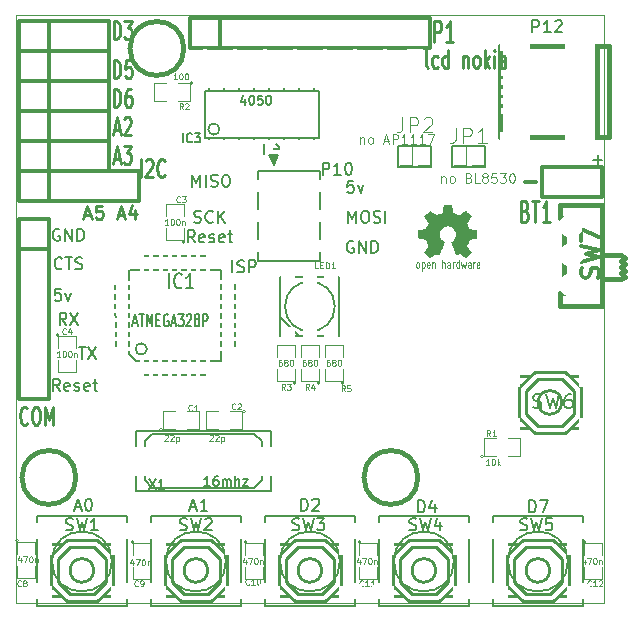
<source format=gto>
G04 (created by PCBNEW (2013-07-07 BZR 4022)-stable) date 11/09/2014 22:00:23*
%MOIN*%
G04 Gerber Fmt 3.4, Leading zero omitted, Abs format*
%FSLAX34Y34*%
G01*
G70*
G90*
G04 APERTURE LIST*
%ADD10C,0.000787402*%
%ADD11C,0.00787402*%
%ADD12C,0.011811*%
%ADD13C,0.0108268*%
%ADD14C,0.00393701*%
%ADD15C,0.006*%
%ADD16C,0.012*%
%ADD17C,0.005*%
%ADD18C,0.0039*%
%ADD19C,0.00590551*%
%ADD20C,0.015*%
%ADD21C,0.0078*%
%ADD22C,0.00295276*%
%ADD23C,0.0001*%
%ADD24C,0.01*%
%ADD25C,0.0059*%
%ADD26C,0.0026*%
%ADD27C,0.008*%
%ADD28C,0.0107*%
%ADD29C,0.0043*%
%ADD30C,0.0077*%
%ADD31C,0.0035*%
%ADD32R,0.0177X0.0787*%
%ADD33R,0.0787X0.0177*%
%ADD34R,0.055X0.055*%
%ADD35C,0.055*%
%ADD36R,0.025X0.05*%
%ADD37R,0.035X0.055*%
%ADD38R,0.055X0.035*%
%ADD39C,0.0393701*%
%ADD40R,0.2165X0.0787*%
%ADD41C,0.0787*%
%ADD42R,0.135827X0.0401575*%
%ADD43R,0.0394X0.0394*%
%ADD44R,0.0453X0.0453*%
%ADD45R,0.0512X0.0453*%
%ADD46R,0.0906X0.0197*%
%ADD47R,0.0984X0.0787*%
%ADD48C,0.0354*%
%ADD49C,0.16*%
%ADD50R,0.04X0.06*%
G04 APERTURE END LIST*
G54D10*
G54D11*
X39250Y-21409D02*
X39549Y-21409D01*
X39400Y-21559D02*
X39400Y-21259D01*
X25881Y-22309D02*
X25881Y-21915D01*
X26012Y-22196D01*
X26143Y-21915D01*
X26143Y-22309D01*
X26331Y-22309D02*
X26331Y-21915D01*
X26500Y-22290D02*
X26556Y-22309D01*
X26649Y-22309D01*
X26687Y-22290D01*
X26706Y-22271D01*
X26724Y-22234D01*
X26724Y-22196D01*
X26706Y-22159D01*
X26687Y-22140D01*
X26649Y-22121D01*
X26574Y-22103D01*
X26537Y-22084D01*
X26518Y-22065D01*
X26500Y-22028D01*
X26500Y-21990D01*
X26518Y-21953D01*
X26537Y-21934D01*
X26574Y-21915D01*
X26668Y-21915D01*
X26724Y-21934D01*
X26968Y-21915D02*
X27043Y-21915D01*
X27081Y-21934D01*
X27118Y-21971D01*
X27137Y-22046D01*
X27137Y-22178D01*
X27118Y-22253D01*
X27081Y-22290D01*
X27043Y-22309D01*
X26968Y-22309D01*
X26931Y-22290D01*
X26893Y-22253D01*
X26874Y-22178D01*
X26874Y-22046D01*
X26893Y-21971D01*
X26931Y-21934D01*
X26968Y-21915D01*
X21534Y-25021D02*
X21515Y-25040D01*
X21459Y-25059D01*
X21421Y-25059D01*
X21365Y-25040D01*
X21328Y-25003D01*
X21309Y-24965D01*
X21290Y-24890D01*
X21290Y-24834D01*
X21309Y-24759D01*
X21328Y-24721D01*
X21365Y-24684D01*
X21421Y-24665D01*
X21459Y-24665D01*
X21515Y-24684D01*
X21534Y-24703D01*
X21646Y-24665D02*
X21871Y-24665D01*
X21759Y-25059D02*
X21759Y-24665D01*
X21984Y-25040D02*
X22040Y-25059D01*
X22134Y-25059D01*
X22171Y-25040D01*
X22190Y-25021D01*
X22209Y-24984D01*
X22209Y-24946D01*
X22190Y-24909D01*
X22171Y-24890D01*
X22134Y-24871D01*
X22059Y-24853D01*
X22021Y-24834D01*
X22003Y-24815D01*
X21984Y-24778D01*
X21984Y-24740D01*
X22003Y-24703D01*
X22021Y-24684D01*
X22059Y-24665D01*
X22153Y-24665D01*
X22209Y-24684D01*
X21462Y-29109D02*
X21331Y-28921D01*
X21237Y-29109D02*
X21237Y-28715D01*
X21387Y-28715D01*
X21425Y-28734D01*
X21443Y-28753D01*
X21462Y-28790D01*
X21462Y-28846D01*
X21443Y-28884D01*
X21425Y-28903D01*
X21387Y-28921D01*
X21237Y-28921D01*
X21781Y-29090D02*
X21743Y-29109D01*
X21668Y-29109D01*
X21631Y-29090D01*
X21612Y-29053D01*
X21612Y-28903D01*
X21631Y-28865D01*
X21668Y-28846D01*
X21743Y-28846D01*
X21781Y-28865D01*
X21800Y-28903D01*
X21800Y-28940D01*
X21612Y-28978D01*
X21950Y-29090D02*
X21987Y-29109D01*
X22062Y-29109D01*
X22099Y-29090D01*
X22118Y-29053D01*
X22118Y-29034D01*
X22099Y-28996D01*
X22062Y-28978D01*
X22006Y-28978D01*
X21968Y-28959D01*
X21950Y-28921D01*
X21950Y-28903D01*
X21968Y-28865D01*
X22006Y-28846D01*
X22062Y-28846D01*
X22099Y-28865D01*
X22437Y-29090D02*
X22399Y-29109D01*
X22324Y-29109D01*
X22287Y-29090D01*
X22268Y-29053D01*
X22268Y-28903D01*
X22287Y-28865D01*
X22324Y-28846D01*
X22399Y-28846D01*
X22437Y-28865D01*
X22456Y-28903D01*
X22456Y-28940D01*
X22268Y-28978D01*
X22568Y-28846D02*
X22718Y-28846D01*
X22624Y-28715D02*
X22624Y-29053D01*
X22643Y-29090D01*
X22681Y-29109D01*
X22718Y-29109D01*
X25962Y-24159D02*
X25831Y-23971D01*
X25737Y-24159D02*
X25737Y-23765D01*
X25887Y-23765D01*
X25925Y-23784D01*
X25943Y-23803D01*
X25962Y-23840D01*
X25962Y-23896D01*
X25943Y-23934D01*
X25925Y-23953D01*
X25887Y-23971D01*
X25737Y-23971D01*
X26281Y-24140D02*
X26243Y-24159D01*
X26168Y-24159D01*
X26131Y-24140D01*
X26112Y-24103D01*
X26112Y-23953D01*
X26131Y-23915D01*
X26168Y-23896D01*
X26243Y-23896D01*
X26281Y-23915D01*
X26300Y-23953D01*
X26300Y-23990D01*
X26112Y-24028D01*
X26450Y-24140D02*
X26487Y-24159D01*
X26562Y-24159D01*
X26599Y-24140D01*
X26618Y-24103D01*
X26618Y-24084D01*
X26599Y-24046D01*
X26562Y-24028D01*
X26506Y-24028D01*
X26468Y-24009D01*
X26450Y-23971D01*
X26450Y-23953D01*
X26468Y-23915D01*
X26506Y-23896D01*
X26562Y-23896D01*
X26599Y-23915D01*
X26937Y-24140D02*
X26899Y-24159D01*
X26824Y-24159D01*
X26787Y-24140D01*
X26768Y-24103D01*
X26768Y-23953D01*
X26787Y-23915D01*
X26824Y-23896D01*
X26899Y-23896D01*
X26937Y-23915D01*
X26956Y-23953D01*
X26956Y-23990D01*
X26768Y-24028D01*
X27068Y-23896D02*
X27218Y-23896D01*
X27124Y-23765D02*
X27124Y-24103D01*
X27143Y-24140D01*
X27181Y-24159D01*
X27218Y-24159D01*
X25943Y-23490D02*
X26000Y-23509D01*
X26093Y-23509D01*
X26131Y-23490D01*
X26150Y-23471D01*
X26168Y-23434D01*
X26168Y-23396D01*
X26150Y-23359D01*
X26131Y-23340D01*
X26093Y-23321D01*
X26018Y-23303D01*
X25981Y-23284D01*
X25962Y-23265D01*
X25943Y-23228D01*
X25943Y-23190D01*
X25962Y-23153D01*
X25981Y-23134D01*
X26018Y-23115D01*
X26112Y-23115D01*
X26168Y-23134D01*
X26562Y-23471D02*
X26543Y-23490D01*
X26487Y-23509D01*
X26450Y-23509D01*
X26393Y-23490D01*
X26356Y-23453D01*
X26337Y-23415D01*
X26318Y-23340D01*
X26318Y-23284D01*
X26337Y-23209D01*
X26356Y-23171D01*
X26393Y-23134D01*
X26450Y-23115D01*
X26487Y-23115D01*
X26543Y-23134D01*
X26562Y-23153D01*
X26731Y-23509D02*
X26731Y-23115D01*
X26956Y-23509D02*
X26787Y-23284D01*
X26956Y-23115D02*
X26731Y-23340D01*
X31250Y-24134D02*
X31212Y-24115D01*
X31156Y-24115D01*
X31100Y-24134D01*
X31062Y-24171D01*
X31043Y-24209D01*
X31025Y-24284D01*
X31025Y-24340D01*
X31043Y-24415D01*
X31062Y-24453D01*
X31100Y-24490D01*
X31156Y-24509D01*
X31193Y-24509D01*
X31250Y-24490D01*
X31268Y-24471D01*
X31268Y-24340D01*
X31193Y-24340D01*
X31437Y-24509D02*
X31437Y-24115D01*
X31662Y-24509D01*
X31662Y-24115D01*
X31849Y-24509D02*
X31849Y-24115D01*
X31943Y-24115D01*
X31999Y-24134D01*
X32037Y-24171D01*
X32056Y-24209D01*
X32074Y-24284D01*
X32074Y-24340D01*
X32056Y-24415D01*
X32037Y-24453D01*
X31999Y-24490D01*
X31943Y-24509D01*
X31849Y-24509D01*
X31081Y-23509D02*
X31081Y-23115D01*
X31212Y-23396D01*
X31343Y-23115D01*
X31343Y-23509D01*
X31606Y-23115D02*
X31681Y-23115D01*
X31718Y-23134D01*
X31756Y-23171D01*
X31774Y-23246D01*
X31774Y-23378D01*
X31756Y-23453D01*
X31718Y-23490D01*
X31681Y-23509D01*
X31606Y-23509D01*
X31568Y-23490D01*
X31531Y-23453D01*
X31512Y-23378D01*
X31512Y-23246D01*
X31531Y-23171D01*
X31568Y-23134D01*
X31606Y-23115D01*
X31924Y-23490D02*
X31981Y-23509D01*
X32074Y-23509D01*
X32112Y-23490D01*
X32131Y-23471D01*
X32149Y-23434D01*
X32149Y-23396D01*
X32131Y-23359D01*
X32112Y-23340D01*
X32074Y-23321D01*
X31999Y-23303D01*
X31962Y-23284D01*
X31943Y-23265D01*
X31924Y-23228D01*
X31924Y-23190D01*
X31943Y-23153D01*
X31962Y-23134D01*
X31999Y-23115D01*
X32093Y-23115D01*
X32149Y-23134D01*
X32318Y-23509D02*
X32318Y-23115D01*
X31243Y-22115D02*
X31056Y-22115D01*
X31037Y-22303D01*
X31056Y-22284D01*
X31093Y-22265D01*
X31187Y-22265D01*
X31225Y-22284D01*
X31243Y-22303D01*
X31262Y-22340D01*
X31262Y-22434D01*
X31243Y-22471D01*
X31225Y-22490D01*
X31187Y-22509D01*
X31093Y-22509D01*
X31056Y-22490D01*
X31037Y-22471D01*
X31393Y-22246D02*
X31487Y-22509D01*
X31581Y-22246D01*
G54D12*
X36955Y-22162D02*
X37344Y-22162D01*
G54D11*
X22100Y-27665D02*
X22325Y-27665D01*
X22212Y-28059D02*
X22212Y-27665D01*
X22418Y-27665D02*
X22681Y-28059D01*
X22681Y-27665D02*
X22418Y-28059D01*
X21684Y-26909D02*
X21553Y-26721D01*
X21459Y-26909D02*
X21459Y-26515D01*
X21609Y-26515D01*
X21646Y-26534D01*
X21665Y-26553D01*
X21684Y-26590D01*
X21684Y-26646D01*
X21665Y-26684D01*
X21646Y-26703D01*
X21609Y-26721D01*
X21459Y-26721D01*
X21815Y-26515D02*
X22078Y-26909D01*
X22078Y-26515D02*
X21815Y-26909D01*
X21450Y-23734D02*
X21412Y-23715D01*
X21356Y-23715D01*
X21300Y-23734D01*
X21262Y-23771D01*
X21243Y-23809D01*
X21225Y-23884D01*
X21225Y-23940D01*
X21243Y-24015D01*
X21262Y-24053D01*
X21300Y-24090D01*
X21356Y-24109D01*
X21393Y-24109D01*
X21450Y-24090D01*
X21468Y-24071D01*
X21468Y-23940D01*
X21393Y-23940D01*
X21637Y-24109D02*
X21637Y-23715D01*
X21862Y-24109D01*
X21862Y-23715D01*
X22049Y-24109D02*
X22049Y-23715D01*
X22143Y-23715D01*
X22199Y-23734D01*
X22237Y-23771D01*
X22256Y-23809D01*
X22274Y-23884D01*
X22274Y-23940D01*
X22256Y-24015D01*
X22237Y-24053D01*
X22199Y-24090D01*
X22143Y-24109D01*
X22049Y-24109D01*
X21493Y-25715D02*
X21306Y-25715D01*
X21287Y-25903D01*
X21306Y-25884D01*
X21343Y-25865D01*
X21437Y-25865D01*
X21475Y-25884D01*
X21493Y-25903D01*
X21512Y-25940D01*
X21512Y-26034D01*
X21493Y-26071D01*
X21475Y-26090D01*
X21437Y-26109D01*
X21343Y-26109D01*
X21306Y-26090D01*
X21287Y-26071D01*
X21643Y-25846D02*
X21737Y-26109D01*
X21831Y-25846D01*
G54D13*
X22283Y-23251D02*
X22490Y-23251D01*
X22242Y-23375D02*
X22386Y-22942D01*
X22531Y-23375D01*
X22881Y-22942D02*
X22675Y-22942D01*
X22655Y-23148D01*
X22675Y-23127D01*
X22716Y-23107D01*
X22820Y-23107D01*
X22861Y-23127D01*
X22881Y-23148D01*
X22902Y-23189D01*
X22902Y-23292D01*
X22881Y-23334D01*
X22861Y-23354D01*
X22820Y-23375D01*
X22716Y-23375D01*
X22675Y-23354D01*
X22655Y-23334D01*
X23397Y-23251D02*
X23603Y-23251D01*
X23356Y-23375D02*
X23500Y-22942D01*
X23644Y-23375D01*
X23974Y-23086D02*
X23974Y-23375D01*
X23871Y-22921D02*
X23768Y-23230D01*
X24036Y-23230D01*
G54D14*
X20000Y-36200D02*
X20000Y-16600D01*
X39600Y-36200D02*
X20000Y-36200D01*
X39600Y-16600D02*
X39600Y-36200D01*
X20000Y-16600D02*
X39600Y-16600D01*
G54D15*
X26390Y-24620D02*
X26390Y-25070D01*
X24210Y-24620D02*
X24210Y-25060D01*
X26390Y-24620D02*
X24210Y-24620D01*
X26860Y-25500D02*
X27290Y-25500D01*
X26870Y-27710D02*
X27290Y-27710D01*
X27290Y-27720D02*
X27300Y-25500D01*
X23320Y-27700D02*
X23310Y-25530D01*
X24010Y-28130D02*
X26840Y-28130D01*
X23320Y-25520D02*
X23730Y-25520D01*
X23770Y-27880D02*
X23770Y-25100D01*
X26850Y-25080D02*
X23810Y-25080D01*
X26850Y-28130D02*
X26850Y-25130D01*
X24180Y-28580D02*
X26400Y-28580D01*
X26400Y-28580D02*
X26400Y-28130D01*
X24000Y-28126D02*
X23770Y-27896D01*
X24180Y-28578D02*
X24180Y-28126D01*
X23770Y-27700D02*
X23318Y-27700D01*
X24362Y-27718D02*
G75*
G03X24362Y-27718I-188J0D01*
G74*
G01*
G54D16*
X25800Y-16700D02*
X33800Y-16700D01*
X33800Y-16700D02*
X33800Y-17700D01*
X33800Y-17700D02*
X25800Y-17700D01*
X25800Y-17700D02*
X25800Y-16700D01*
X26800Y-17700D02*
X26800Y-16700D01*
G54D17*
X23200Y-34800D02*
G75*
G03X23200Y-34800I-1000J0D01*
G74*
G01*
X20700Y-33300D02*
X23700Y-33300D01*
X23700Y-33300D02*
X23700Y-36300D01*
X23700Y-36300D02*
X20700Y-36300D01*
X20700Y-33300D02*
X20700Y-36300D01*
X27000Y-34800D02*
G75*
G03X27000Y-34800I-1000J0D01*
G74*
G01*
X24500Y-33300D02*
X27500Y-33300D01*
X27500Y-33300D02*
X27500Y-36300D01*
X27500Y-36300D02*
X24500Y-36300D01*
X24500Y-33300D02*
X24500Y-36300D01*
X30800Y-34800D02*
G75*
G03X30800Y-34800I-1000J0D01*
G74*
G01*
X28300Y-33300D02*
X31300Y-33300D01*
X31300Y-33300D02*
X31300Y-36300D01*
X31300Y-36300D02*
X28300Y-36300D01*
X28300Y-33300D02*
X28300Y-36300D01*
X34600Y-34800D02*
G75*
G03X34600Y-34800I-1000J0D01*
G74*
G01*
X32100Y-33300D02*
X35100Y-33300D01*
X35100Y-33300D02*
X35100Y-36300D01*
X35100Y-36300D02*
X32100Y-36300D01*
X32100Y-33300D02*
X32100Y-36300D01*
X38400Y-34800D02*
G75*
G03X38400Y-34800I-1000J0D01*
G74*
G01*
X35900Y-33300D02*
X38900Y-33300D01*
X38900Y-33300D02*
X38900Y-36300D01*
X38900Y-36300D02*
X35900Y-36300D01*
X35900Y-33300D02*
X35900Y-36300D01*
G54D16*
X20100Y-23400D02*
X21100Y-23400D01*
X21100Y-23400D02*
X21100Y-29400D01*
X21100Y-29400D02*
X20100Y-29400D01*
X20100Y-29400D02*
X20100Y-23400D01*
X20100Y-24400D02*
X21100Y-24400D01*
X20100Y-18800D02*
X20100Y-17800D01*
X20100Y-17800D02*
X23100Y-17800D01*
X23100Y-17800D02*
X23100Y-18800D01*
X23100Y-18800D02*
X20100Y-18800D01*
X21100Y-17800D02*
X21100Y-18800D01*
X20100Y-21800D02*
X20100Y-20800D01*
X20100Y-20800D02*
X23100Y-20800D01*
X23100Y-20800D02*
X23100Y-21800D01*
X23100Y-21800D02*
X20100Y-21800D01*
X21100Y-20800D02*
X21100Y-21800D01*
X20100Y-20800D02*
X20100Y-19800D01*
X20100Y-19800D02*
X23100Y-19800D01*
X23100Y-19800D02*
X23100Y-20800D01*
X23100Y-20800D02*
X20100Y-20800D01*
X21100Y-19800D02*
X21100Y-20800D01*
X20100Y-19800D02*
X20100Y-18800D01*
X20100Y-18800D02*
X23100Y-18800D01*
X23100Y-18800D02*
X23100Y-19800D01*
X23100Y-19800D02*
X20100Y-19800D01*
X21100Y-18800D02*
X21100Y-19800D01*
X20100Y-17800D02*
X20100Y-16800D01*
X20100Y-16800D02*
X23100Y-16800D01*
X23100Y-16800D02*
X23100Y-17800D01*
X23100Y-17800D02*
X20100Y-17800D01*
X21100Y-16800D02*
X21100Y-17800D01*
G54D17*
X27450Y-19120D02*
X27450Y-18690D01*
X27950Y-19120D02*
X27950Y-18690D01*
X28450Y-19120D02*
X28450Y-18690D01*
X26950Y-19120D02*
X26950Y-18690D01*
X26450Y-18690D02*
X26450Y-19120D01*
X28950Y-18690D02*
X28950Y-19120D01*
X29450Y-18690D02*
X29450Y-19120D01*
X29950Y-18690D02*
X29950Y-19120D01*
X29950Y-20680D02*
X29950Y-21110D01*
X29450Y-20680D02*
X29450Y-21110D01*
X28950Y-20680D02*
X28950Y-21110D01*
X26450Y-20680D02*
X26450Y-21110D01*
X26950Y-21110D02*
X26950Y-20680D01*
X28450Y-21110D02*
X28450Y-20680D01*
X27950Y-21110D02*
X27950Y-20680D01*
X27450Y-21110D02*
X27450Y-20680D01*
X26786Y-20390D02*
G75*
G03X26786Y-20390I-186J0D01*
G74*
G01*
X26300Y-19120D02*
X26300Y-20680D01*
X26300Y-20680D02*
X30100Y-20680D01*
X30100Y-20680D02*
X30100Y-19120D01*
X30100Y-19120D02*
X26300Y-19120D01*
G54D18*
X35600Y-31300D02*
G75*
G03X35600Y-31300I-50J0D01*
G74*
G01*
X36000Y-31300D02*
X35600Y-31300D01*
X35600Y-31300D02*
X35600Y-30700D01*
X35600Y-30700D02*
X36000Y-30700D01*
X36400Y-30700D02*
X36800Y-30700D01*
X36800Y-30700D02*
X36800Y-31300D01*
X36800Y-31300D02*
X36400Y-31300D01*
X24900Y-30400D02*
G75*
G03X24900Y-30400I-50J0D01*
G74*
G01*
X25300Y-30400D02*
X24900Y-30400D01*
X24900Y-30400D02*
X24900Y-29800D01*
X24900Y-29800D02*
X25300Y-29800D01*
X25700Y-29800D02*
X26100Y-29800D01*
X26100Y-29800D02*
X26100Y-30400D01*
X26100Y-30400D02*
X25700Y-30400D01*
X27650Y-29800D02*
G75*
G03X27650Y-29800I-50J0D01*
G74*
G01*
X27150Y-29800D02*
X27550Y-29800D01*
X27550Y-29800D02*
X27550Y-30400D01*
X27550Y-30400D02*
X27150Y-30400D01*
X26750Y-30400D02*
X26350Y-30400D01*
X26350Y-30400D02*
X26350Y-29800D01*
X26350Y-29800D02*
X26750Y-29800D01*
X25650Y-24150D02*
G75*
G03X25650Y-24150I-50J0D01*
G74*
G01*
X25600Y-23700D02*
X25600Y-24100D01*
X25600Y-24100D02*
X25000Y-24100D01*
X25000Y-24100D02*
X25000Y-23700D01*
X25000Y-23300D02*
X25000Y-22900D01*
X25000Y-22900D02*
X25600Y-22900D01*
X25600Y-22900D02*
X25600Y-23300D01*
X21450Y-27250D02*
G75*
G03X21450Y-27250I-50J0D01*
G74*
G01*
X21400Y-27700D02*
X21400Y-27300D01*
X21400Y-27300D02*
X22000Y-27300D01*
X22000Y-27300D02*
X22000Y-27700D01*
X22000Y-28100D02*
X22000Y-28500D01*
X22000Y-28500D02*
X21400Y-28500D01*
X21400Y-28500D02*
X21400Y-28100D01*
G54D19*
X28200Y-32100D02*
X28200Y-31950D01*
X28200Y-30800D02*
X28200Y-30950D01*
X24300Y-30800D02*
X24300Y-30950D01*
X24300Y-32100D02*
X24300Y-31950D01*
X24000Y-32450D02*
X24000Y-31950D01*
X24000Y-30450D02*
X24000Y-30950D01*
X28500Y-30450D02*
X28500Y-30950D01*
X28500Y-32450D02*
X28500Y-31950D01*
X28200Y-30800D02*
X27950Y-30550D01*
X27950Y-30550D02*
X24550Y-30550D01*
X24550Y-30550D02*
X24300Y-30800D01*
X24300Y-32100D02*
X24550Y-32350D01*
X24550Y-32350D02*
X27950Y-32350D01*
X27950Y-32350D02*
X28200Y-32100D01*
X24000Y-30450D02*
X28500Y-30450D01*
X28500Y-32450D02*
X24000Y-32450D01*
G54D16*
X20100Y-21800D02*
X20100Y-21800D01*
X20100Y-22800D02*
X20100Y-21800D01*
X20100Y-21800D02*
X20100Y-21800D01*
X20100Y-21800D02*
X24100Y-21800D01*
X24100Y-21800D02*
X24100Y-22800D01*
X24100Y-22800D02*
X20100Y-22800D01*
X21100Y-22800D02*
X21100Y-21800D01*
G54D18*
X25900Y-18850D02*
G75*
G03X25900Y-18850I-50J0D01*
G74*
G01*
X25400Y-18850D02*
X25800Y-18850D01*
X25800Y-18850D02*
X25800Y-19450D01*
X25800Y-19450D02*
X25400Y-19450D01*
X25000Y-19450D02*
X24600Y-19450D01*
X24600Y-19450D02*
X24600Y-18850D01*
X24600Y-18850D02*
X25000Y-18850D01*
G54D20*
X40311Y-25112D02*
X40154Y-24994D01*
X40154Y-24994D02*
X40311Y-24876D01*
X40311Y-24876D02*
X40154Y-24797D01*
X40154Y-24797D02*
X40311Y-24679D01*
X40311Y-24679D02*
X40154Y-24600D01*
X40154Y-25387D02*
X40311Y-25309D01*
X40311Y-25309D02*
X40154Y-25191D01*
X40154Y-25191D02*
X40311Y-25112D01*
X39524Y-25387D02*
X40154Y-25387D01*
X39524Y-24600D02*
X40154Y-24600D01*
X39524Y-26293D02*
X39524Y-22907D01*
X39524Y-22907D02*
X38146Y-22907D01*
X38146Y-22907D02*
X38146Y-23340D01*
X38146Y-23340D02*
X38264Y-23340D01*
X38264Y-23340D02*
X38264Y-25860D01*
X38264Y-25860D02*
X38146Y-25860D01*
X38146Y-25860D02*
X38146Y-26293D01*
X38146Y-26293D02*
X39524Y-26293D01*
G54D21*
X28076Y-24800D02*
X28076Y-21800D01*
X30123Y-21800D02*
X30123Y-24800D01*
X28076Y-24800D02*
X30123Y-24800D01*
X30123Y-21800D02*
X28076Y-21800D01*
X28269Y-21233D02*
X28269Y-21059D01*
X28686Y-20882D02*
X28718Y-20933D01*
X28718Y-20933D02*
X28769Y-20996D01*
X28769Y-20996D02*
X28836Y-21051D01*
X28836Y-21051D02*
X28871Y-21063D01*
X28871Y-21063D02*
X28269Y-21063D01*
X28269Y-21063D02*
X28269Y-20890D01*
X28548Y-21453D02*
X28627Y-21453D01*
X28627Y-21414D02*
X28548Y-21414D01*
X28509Y-21374D02*
X28666Y-21374D01*
X28666Y-21335D02*
X28509Y-21335D01*
X28470Y-21296D02*
X28706Y-21296D01*
X28588Y-21571D02*
X28430Y-21256D01*
X28430Y-21256D02*
X28745Y-21256D01*
X28745Y-21256D02*
X28588Y-21571D01*
G54D18*
X29350Y-28850D02*
G75*
G03X29350Y-28850I-50J0D01*
G74*
G01*
X29300Y-28400D02*
X29300Y-28800D01*
X29300Y-28800D02*
X28700Y-28800D01*
X28700Y-28800D02*
X28700Y-28400D01*
X28700Y-28000D02*
X28700Y-27600D01*
X28700Y-27600D02*
X29300Y-27600D01*
X29300Y-27600D02*
X29300Y-28000D01*
X30150Y-28850D02*
G75*
G03X30150Y-28850I-50J0D01*
G74*
G01*
X30100Y-28400D02*
X30100Y-28800D01*
X30100Y-28800D02*
X29500Y-28800D01*
X29500Y-28800D02*
X29500Y-28400D01*
X29500Y-28000D02*
X29500Y-27600D01*
X29500Y-27600D02*
X30100Y-27600D01*
X30100Y-27600D02*
X30100Y-28000D01*
X30950Y-28850D02*
G75*
G03X30950Y-28850I-50J0D01*
G74*
G01*
X30900Y-28400D02*
X30900Y-28800D01*
X30900Y-28800D02*
X30300Y-28800D01*
X30300Y-28800D02*
X30300Y-28400D01*
X30300Y-28000D02*
X30300Y-27600D01*
X30300Y-27600D02*
X30900Y-27600D01*
X30900Y-27600D02*
X30900Y-28000D01*
G54D22*
X35250Y-24831D02*
X35250Y-25012D01*
X35285Y-24831D02*
X35305Y-24831D01*
X35266Y-24843D02*
X35285Y-24831D01*
X35258Y-24851D02*
X35266Y-24843D01*
X35250Y-24878D02*
X35258Y-24851D01*
X35423Y-25012D02*
X35443Y-25000D01*
X35384Y-25012D02*
X35423Y-25012D01*
X35368Y-25000D02*
X35384Y-25012D01*
X35360Y-24973D02*
X35368Y-25000D01*
X35360Y-24866D02*
X35360Y-24973D01*
X35372Y-24843D02*
X35360Y-24866D01*
X35388Y-24831D02*
X35372Y-24843D01*
X35427Y-24831D02*
X35388Y-24831D01*
X35443Y-24847D02*
X35427Y-24831D01*
X35451Y-24874D02*
X35443Y-24847D01*
X35451Y-24922D02*
X35451Y-24874D01*
X35451Y-24922D02*
X35360Y-24922D01*
X35155Y-24866D02*
X35155Y-25012D01*
X35144Y-24843D02*
X35155Y-24866D01*
X35128Y-24831D02*
X35144Y-24843D01*
X35088Y-24831D02*
X35128Y-24831D01*
X35069Y-24843D02*
X35088Y-24831D01*
X35092Y-24906D02*
X35073Y-24918D01*
X35140Y-24906D02*
X35092Y-24906D01*
X35155Y-24894D02*
X35140Y-24906D01*
X35136Y-25012D02*
X35155Y-24996D01*
X35088Y-25012D02*
X35136Y-25012D01*
X35069Y-24996D02*
X35088Y-25012D01*
X35061Y-24973D02*
X35069Y-24996D01*
X35061Y-24945D02*
X35061Y-24973D01*
X35073Y-24918D02*
X35061Y-24945D01*
X34844Y-24831D02*
X34884Y-25012D01*
X34884Y-25012D02*
X34919Y-24878D01*
X34919Y-24878D02*
X34959Y-25012D01*
X34959Y-25012D02*
X34998Y-24831D01*
X34770Y-25000D02*
X34754Y-25012D01*
X34754Y-25012D02*
X34711Y-25012D01*
X34711Y-25012D02*
X34695Y-25000D01*
X34695Y-25000D02*
X34687Y-24988D01*
X34687Y-24988D02*
X34675Y-24961D01*
X34675Y-24961D02*
X34675Y-24882D01*
X34675Y-24882D02*
X34687Y-24855D01*
X34687Y-24855D02*
X34695Y-24843D01*
X34695Y-24843D02*
X34718Y-24827D01*
X34718Y-24827D02*
X34746Y-24827D01*
X34746Y-24827D02*
X34770Y-24843D01*
X34770Y-24737D02*
X34770Y-25012D01*
X34565Y-24878D02*
X34573Y-24851D01*
X34573Y-24851D02*
X34581Y-24843D01*
X34581Y-24843D02*
X34600Y-24831D01*
X34600Y-24831D02*
X34620Y-24831D01*
X34565Y-24831D02*
X34565Y-25012D01*
X34388Y-24918D02*
X34376Y-24945D01*
X34376Y-24945D02*
X34376Y-24973D01*
X34376Y-24973D02*
X34384Y-24996D01*
X34384Y-24996D02*
X34403Y-25012D01*
X34403Y-25012D02*
X34451Y-25012D01*
X34451Y-25012D02*
X34470Y-24996D01*
X34470Y-24894D02*
X34455Y-24906D01*
X34455Y-24906D02*
X34407Y-24906D01*
X34407Y-24906D02*
X34388Y-24918D01*
X34384Y-24843D02*
X34403Y-24831D01*
X34403Y-24831D02*
X34443Y-24831D01*
X34443Y-24831D02*
X34459Y-24843D01*
X34459Y-24843D02*
X34470Y-24866D01*
X34470Y-24866D02*
X34470Y-25012D01*
X34207Y-24859D02*
X34214Y-24843D01*
X34214Y-24843D02*
X34234Y-24831D01*
X34234Y-24831D02*
X34266Y-24831D01*
X34266Y-24831D02*
X34281Y-24843D01*
X34281Y-24843D02*
X34289Y-24866D01*
X34289Y-24866D02*
X34289Y-25012D01*
X34207Y-24737D02*
X34207Y-25012D01*
X33793Y-24922D02*
X33703Y-24922D01*
X33880Y-24855D02*
X33888Y-24843D01*
X33888Y-24843D02*
X33903Y-24831D01*
X33903Y-24831D02*
X33939Y-24831D01*
X33939Y-24831D02*
X33955Y-24843D01*
X33955Y-24843D02*
X33962Y-24866D01*
X33962Y-24866D02*
X33962Y-25012D01*
X33880Y-24831D02*
X33880Y-25012D01*
X33793Y-24922D02*
X33793Y-24874D01*
X33793Y-24874D02*
X33785Y-24847D01*
X33785Y-24847D02*
X33770Y-24831D01*
X33770Y-24831D02*
X33730Y-24831D01*
X33730Y-24831D02*
X33714Y-24843D01*
X33714Y-24843D02*
X33703Y-24866D01*
X33703Y-24866D02*
X33703Y-24973D01*
X33703Y-24973D02*
X33711Y-25000D01*
X33711Y-25000D02*
X33726Y-25012D01*
X33726Y-25012D02*
X33766Y-25012D01*
X33766Y-25012D02*
X33785Y-25000D01*
X33533Y-24843D02*
X33549Y-24831D01*
X33549Y-24831D02*
X33588Y-24831D01*
X33588Y-24831D02*
X33604Y-24843D01*
X33604Y-24843D02*
X33616Y-24855D01*
X33616Y-24855D02*
X33624Y-24878D01*
X33624Y-24878D02*
X33624Y-24965D01*
X33624Y-24965D02*
X33616Y-24988D01*
X33616Y-24988D02*
X33608Y-25000D01*
X33608Y-25000D02*
X33592Y-25012D01*
X33592Y-25012D02*
X33553Y-25012D01*
X33553Y-25012D02*
X33533Y-25000D01*
X33533Y-25107D02*
X33533Y-24831D01*
X33411Y-24831D02*
X33380Y-24831D01*
X33380Y-24831D02*
X33364Y-24843D01*
X33364Y-24843D02*
X33356Y-24855D01*
X33356Y-24855D02*
X33344Y-24882D01*
X33380Y-25012D02*
X33411Y-25012D01*
X33411Y-25012D02*
X33431Y-25000D01*
X33431Y-25000D02*
X33439Y-24988D01*
X33439Y-24988D02*
X33447Y-24961D01*
X33447Y-24961D02*
X33447Y-24882D01*
X33447Y-24882D02*
X33439Y-24859D01*
X33439Y-24859D02*
X33431Y-24847D01*
X33431Y-24847D02*
X33411Y-24831D01*
X33344Y-24882D02*
X33344Y-24961D01*
X33344Y-24961D02*
X33352Y-24985D01*
X33352Y-24985D02*
X33360Y-24996D01*
X33360Y-24996D02*
X33380Y-25012D01*
G54D23*
G36*
X33804Y-24684D02*
X33814Y-24678D01*
X33837Y-24664D01*
X33870Y-24642D01*
X33909Y-24616D01*
X33948Y-24590D01*
X33980Y-24569D01*
X34002Y-24554D01*
X34012Y-24549D01*
X34017Y-24551D01*
X34035Y-24560D01*
X34062Y-24574D01*
X34078Y-24582D01*
X34102Y-24592D01*
X34115Y-24595D01*
X34117Y-24591D01*
X34126Y-24572D01*
X34140Y-24540D01*
X34158Y-24497D01*
X34180Y-24447D01*
X34202Y-24394D01*
X34225Y-24339D01*
X34247Y-24286D01*
X34266Y-24239D01*
X34282Y-24201D01*
X34292Y-24174D01*
X34296Y-24163D01*
X34295Y-24160D01*
X34282Y-24148D01*
X34261Y-24132D01*
X34214Y-24094D01*
X34168Y-24037D01*
X34140Y-23972D01*
X34131Y-23899D01*
X34139Y-23832D01*
X34165Y-23768D01*
X34210Y-23710D01*
X34265Y-23667D01*
X34329Y-23640D01*
X34400Y-23631D01*
X34468Y-23639D01*
X34534Y-23665D01*
X34592Y-23709D01*
X34617Y-23737D01*
X34651Y-23796D01*
X34670Y-23858D01*
X34672Y-23874D01*
X34669Y-23943D01*
X34649Y-24010D01*
X34612Y-24069D01*
X34561Y-24118D01*
X34555Y-24122D01*
X34532Y-24140D01*
X34516Y-24152D01*
X34504Y-24162D01*
X34592Y-24374D01*
X34606Y-24407D01*
X34630Y-24465D01*
X34651Y-24515D01*
X34668Y-24555D01*
X34680Y-24581D01*
X34685Y-24592D01*
X34685Y-24593D01*
X34693Y-24594D01*
X34709Y-24588D01*
X34739Y-24574D01*
X34758Y-24564D01*
X34781Y-24553D01*
X34791Y-24549D01*
X34800Y-24554D01*
X34821Y-24568D01*
X34853Y-24589D01*
X34891Y-24614D01*
X34927Y-24639D01*
X34960Y-24661D01*
X34984Y-24676D01*
X34996Y-24683D01*
X34998Y-24683D01*
X35008Y-24677D01*
X35027Y-24661D01*
X35056Y-24634D01*
X35097Y-24593D01*
X35103Y-24587D01*
X35137Y-24553D01*
X35164Y-24524D01*
X35182Y-24504D01*
X35189Y-24495D01*
X35189Y-24495D01*
X35183Y-24483D01*
X35168Y-24459D01*
X35146Y-24425D01*
X35119Y-24386D01*
X35049Y-24284D01*
X35087Y-24188D01*
X35099Y-24158D01*
X35114Y-24123D01*
X35125Y-24097D01*
X35131Y-24086D01*
X35141Y-24082D01*
X35168Y-24076D01*
X35206Y-24068D01*
X35251Y-24060D01*
X35295Y-24052D01*
X35334Y-24044D01*
X35362Y-24039D01*
X35375Y-24036D01*
X35378Y-24034D01*
X35381Y-24028D01*
X35382Y-24015D01*
X35383Y-23991D01*
X35384Y-23954D01*
X35384Y-23899D01*
X35384Y-23893D01*
X35383Y-23842D01*
X35382Y-23800D01*
X35381Y-23774D01*
X35379Y-23763D01*
X35379Y-23763D01*
X35367Y-23760D01*
X35339Y-23754D01*
X35300Y-23747D01*
X35253Y-23738D01*
X35250Y-23737D01*
X35204Y-23728D01*
X35165Y-23720D01*
X35137Y-23714D01*
X35126Y-23710D01*
X35123Y-23707D01*
X35114Y-23689D01*
X35101Y-23660D01*
X35085Y-23625D01*
X35070Y-23588D01*
X35057Y-23555D01*
X35048Y-23531D01*
X35045Y-23520D01*
X35046Y-23519D01*
X35053Y-23508D01*
X35069Y-23484D01*
X35091Y-23451D01*
X35118Y-23411D01*
X35120Y-23408D01*
X35147Y-23369D01*
X35169Y-23335D01*
X35183Y-23312D01*
X35189Y-23301D01*
X35189Y-23300D01*
X35180Y-23288D01*
X35160Y-23266D01*
X35131Y-23236D01*
X35097Y-23201D01*
X35086Y-23191D01*
X35047Y-23153D01*
X35021Y-23129D01*
X35004Y-23116D01*
X34996Y-23113D01*
X34996Y-23113D01*
X34984Y-23120D01*
X34959Y-23136D01*
X34926Y-23159D01*
X34886Y-23186D01*
X34883Y-23188D01*
X34844Y-23215D01*
X34811Y-23237D01*
X34788Y-23253D01*
X34777Y-23259D01*
X34776Y-23259D01*
X34760Y-23254D01*
X34732Y-23244D01*
X34697Y-23231D01*
X34661Y-23216D01*
X34628Y-23202D01*
X34603Y-23191D01*
X34591Y-23184D01*
X34591Y-23184D01*
X34587Y-23170D01*
X34580Y-23140D01*
X34572Y-23100D01*
X34562Y-23052D01*
X34561Y-23044D01*
X34552Y-22997D01*
X34545Y-22958D01*
X34539Y-22931D01*
X34536Y-22920D01*
X34530Y-22919D01*
X34507Y-22917D01*
X34472Y-22916D01*
X34429Y-22916D01*
X34385Y-22916D01*
X34342Y-22917D01*
X34305Y-22918D01*
X34278Y-22920D01*
X34267Y-22922D01*
X34267Y-22923D01*
X34263Y-22938D01*
X34256Y-22967D01*
X34248Y-23008D01*
X34239Y-23056D01*
X34237Y-23065D01*
X34228Y-23111D01*
X34220Y-23150D01*
X34215Y-23176D01*
X34212Y-23187D01*
X34207Y-23189D01*
X34188Y-23197D01*
X34157Y-23210D01*
X34118Y-23226D01*
X34028Y-23262D01*
X33917Y-23187D01*
X33907Y-23180D01*
X33867Y-23153D01*
X33835Y-23131D01*
X33812Y-23116D01*
X33803Y-23111D01*
X33802Y-23111D01*
X33791Y-23121D01*
X33769Y-23142D01*
X33739Y-23171D01*
X33704Y-23205D01*
X33679Y-23231D01*
X33648Y-23262D01*
X33629Y-23283D01*
X33618Y-23296D01*
X33615Y-23304D01*
X33616Y-23310D01*
X33623Y-23321D01*
X33639Y-23345D01*
X33662Y-23379D01*
X33689Y-23418D01*
X33711Y-23451D01*
X33735Y-23488D01*
X33750Y-23514D01*
X33756Y-23527D01*
X33754Y-23532D01*
X33747Y-23554D01*
X33733Y-23587D01*
X33717Y-23626D01*
X33678Y-23713D01*
X33621Y-23724D01*
X33586Y-23731D01*
X33538Y-23740D01*
X33491Y-23749D01*
X33419Y-23763D01*
X33416Y-24029D01*
X33427Y-24034D01*
X33438Y-24037D01*
X33465Y-24043D01*
X33503Y-24051D01*
X33549Y-24059D01*
X33587Y-24066D01*
X33626Y-24074D01*
X33654Y-24079D01*
X33666Y-24082D01*
X33670Y-24086D01*
X33679Y-24105D01*
X33693Y-24135D01*
X33709Y-24171D01*
X33724Y-24208D01*
X33738Y-24243D01*
X33747Y-24269D01*
X33751Y-24282D01*
X33746Y-24293D01*
X33731Y-24316D01*
X33710Y-24348D01*
X33683Y-24387D01*
X33657Y-24425D01*
X33634Y-24458D01*
X33619Y-24482D01*
X33612Y-24493D01*
X33616Y-24500D01*
X33631Y-24519D01*
X33660Y-24549D01*
X33704Y-24592D01*
X33711Y-24599D01*
X33745Y-24632D01*
X33774Y-24659D01*
X33795Y-24677D01*
X33804Y-24684D01*
X33804Y-24684D01*
G37*
G54D24*
X38745Y-28909D02*
X39099Y-28909D01*
X39099Y-28909D02*
X39099Y-28634D01*
X39099Y-28634D02*
X38469Y-28634D01*
X38469Y-30366D02*
X39099Y-30366D01*
X39099Y-30366D02*
X39099Y-30091D01*
X39099Y-30091D02*
X38745Y-30091D01*
X36501Y-30091D02*
X36501Y-30366D01*
X36501Y-30366D02*
X37131Y-30366D01*
X36501Y-30091D02*
X36855Y-30091D01*
X37131Y-28634D02*
X36501Y-28634D01*
X36501Y-28634D02*
X36501Y-28909D01*
X36501Y-28909D02*
X36855Y-28909D01*
X37013Y-29894D02*
X37406Y-30287D01*
X37406Y-30287D02*
X38194Y-30287D01*
X38194Y-30287D02*
X38587Y-29894D01*
X38587Y-29894D02*
X38587Y-29106D01*
X38587Y-29106D02*
X38194Y-28713D01*
X38194Y-28713D02*
X37406Y-28713D01*
X37406Y-28713D02*
X37013Y-29106D01*
X37013Y-29106D02*
X37013Y-29894D01*
X37288Y-30524D02*
X38312Y-30524D01*
X36776Y-28988D02*
X36776Y-30012D01*
X38312Y-30524D02*
X38824Y-30012D01*
X38824Y-30012D02*
X38824Y-28988D01*
X38824Y-28988D02*
X38312Y-28476D01*
X38312Y-28476D02*
X37288Y-28476D01*
X36776Y-30012D02*
X37288Y-30524D01*
X37288Y-28476D02*
X36776Y-28988D01*
X38194Y-29500D02*
G75*
G03X38194Y-29500I-394J0D01*
G74*
G01*
X23145Y-34509D02*
X23499Y-34509D01*
X23499Y-34509D02*
X23499Y-34234D01*
X23499Y-34234D02*
X22869Y-34234D01*
X22869Y-35966D02*
X23499Y-35966D01*
X23499Y-35966D02*
X23499Y-35691D01*
X23499Y-35691D02*
X23145Y-35691D01*
X20901Y-35691D02*
X20901Y-35966D01*
X20901Y-35966D02*
X21531Y-35966D01*
X20901Y-35691D02*
X21255Y-35691D01*
X21531Y-34234D02*
X20901Y-34234D01*
X20901Y-34234D02*
X20901Y-34509D01*
X20901Y-34509D02*
X21255Y-34509D01*
X21413Y-35494D02*
X21806Y-35887D01*
X21806Y-35887D02*
X22594Y-35887D01*
X22594Y-35887D02*
X22987Y-35494D01*
X22987Y-35494D02*
X22987Y-34706D01*
X22987Y-34706D02*
X22594Y-34313D01*
X22594Y-34313D02*
X21806Y-34313D01*
X21806Y-34313D02*
X21413Y-34706D01*
X21413Y-34706D02*
X21413Y-35494D01*
X21688Y-36124D02*
X22712Y-36124D01*
X21176Y-34588D02*
X21176Y-35612D01*
X22712Y-36124D02*
X23224Y-35612D01*
X23224Y-35612D02*
X23224Y-34588D01*
X23224Y-34588D02*
X22712Y-34076D01*
X22712Y-34076D02*
X21688Y-34076D01*
X21176Y-35612D02*
X21688Y-36124D01*
X21688Y-34076D02*
X21176Y-34588D01*
X22594Y-35100D02*
G75*
G03X22594Y-35100I-394J0D01*
G74*
G01*
X26945Y-34509D02*
X27299Y-34509D01*
X27299Y-34509D02*
X27299Y-34234D01*
X27299Y-34234D02*
X26669Y-34234D01*
X26669Y-35966D02*
X27299Y-35966D01*
X27299Y-35966D02*
X27299Y-35691D01*
X27299Y-35691D02*
X26945Y-35691D01*
X24701Y-35691D02*
X24701Y-35966D01*
X24701Y-35966D02*
X25331Y-35966D01*
X24701Y-35691D02*
X25055Y-35691D01*
X25331Y-34234D02*
X24701Y-34234D01*
X24701Y-34234D02*
X24701Y-34509D01*
X24701Y-34509D02*
X25055Y-34509D01*
X25213Y-35494D02*
X25606Y-35887D01*
X25606Y-35887D02*
X26394Y-35887D01*
X26394Y-35887D02*
X26787Y-35494D01*
X26787Y-35494D02*
X26787Y-34706D01*
X26787Y-34706D02*
X26394Y-34313D01*
X26394Y-34313D02*
X25606Y-34313D01*
X25606Y-34313D02*
X25213Y-34706D01*
X25213Y-34706D02*
X25213Y-35494D01*
X25488Y-36124D02*
X26512Y-36124D01*
X24976Y-34588D02*
X24976Y-35612D01*
X26512Y-36124D02*
X27024Y-35612D01*
X27024Y-35612D02*
X27024Y-34588D01*
X27024Y-34588D02*
X26512Y-34076D01*
X26512Y-34076D02*
X25488Y-34076D01*
X24976Y-35612D02*
X25488Y-36124D01*
X25488Y-34076D02*
X24976Y-34588D01*
X26394Y-35100D02*
G75*
G03X26394Y-35100I-394J0D01*
G74*
G01*
X30745Y-34509D02*
X31099Y-34509D01*
X31099Y-34509D02*
X31099Y-34234D01*
X31099Y-34234D02*
X30469Y-34234D01*
X30469Y-35966D02*
X31099Y-35966D01*
X31099Y-35966D02*
X31099Y-35691D01*
X31099Y-35691D02*
X30745Y-35691D01*
X28501Y-35691D02*
X28501Y-35966D01*
X28501Y-35966D02*
X29131Y-35966D01*
X28501Y-35691D02*
X28855Y-35691D01*
X29131Y-34234D02*
X28501Y-34234D01*
X28501Y-34234D02*
X28501Y-34509D01*
X28501Y-34509D02*
X28855Y-34509D01*
X29013Y-35494D02*
X29406Y-35887D01*
X29406Y-35887D02*
X30194Y-35887D01*
X30194Y-35887D02*
X30587Y-35494D01*
X30587Y-35494D02*
X30587Y-34706D01*
X30587Y-34706D02*
X30194Y-34313D01*
X30194Y-34313D02*
X29406Y-34313D01*
X29406Y-34313D02*
X29013Y-34706D01*
X29013Y-34706D02*
X29013Y-35494D01*
X29288Y-36124D02*
X30312Y-36124D01*
X28776Y-34588D02*
X28776Y-35612D01*
X30312Y-36124D02*
X30824Y-35612D01*
X30824Y-35612D02*
X30824Y-34588D01*
X30824Y-34588D02*
X30312Y-34076D01*
X30312Y-34076D02*
X29288Y-34076D01*
X28776Y-35612D02*
X29288Y-36124D01*
X29288Y-34076D02*
X28776Y-34588D01*
X30194Y-35100D02*
G75*
G03X30194Y-35100I-394J0D01*
G74*
G01*
X34545Y-34509D02*
X34899Y-34509D01*
X34899Y-34509D02*
X34899Y-34234D01*
X34899Y-34234D02*
X34269Y-34234D01*
X34269Y-35966D02*
X34899Y-35966D01*
X34899Y-35966D02*
X34899Y-35691D01*
X34899Y-35691D02*
X34545Y-35691D01*
X32301Y-35691D02*
X32301Y-35966D01*
X32301Y-35966D02*
X32931Y-35966D01*
X32301Y-35691D02*
X32655Y-35691D01*
X32931Y-34234D02*
X32301Y-34234D01*
X32301Y-34234D02*
X32301Y-34509D01*
X32301Y-34509D02*
X32655Y-34509D01*
X32813Y-35494D02*
X33206Y-35887D01*
X33206Y-35887D02*
X33994Y-35887D01*
X33994Y-35887D02*
X34387Y-35494D01*
X34387Y-35494D02*
X34387Y-34706D01*
X34387Y-34706D02*
X33994Y-34313D01*
X33994Y-34313D02*
X33206Y-34313D01*
X33206Y-34313D02*
X32813Y-34706D01*
X32813Y-34706D02*
X32813Y-35494D01*
X33088Y-36124D02*
X34112Y-36124D01*
X32576Y-34588D02*
X32576Y-35612D01*
X34112Y-36124D02*
X34624Y-35612D01*
X34624Y-35612D02*
X34624Y-34588D01*
X34624Y-34588D02*
X34112Y-34076D01*
X34112Y-34076D02*
X33088Y-34076D01*
X32576Y-35612D02*
X33088Y-36124D01*
X33088Y-34076D02*
X32576Y-34588D01*
X33994Y-35100D02*
G75*
G03X33994Y-35100I-394J0D01*
G74*
G01*
X38345Y-34509D02*
X38699Y-34509D01*
X38699Y-34509D02*
X38699Y-34234D01*
X38699Y-34234D02*
X38069Y-34234D01*
X38069Y-35966D02*
X38699Y-35966D01*
X38699Y-35966D02*
X38699Y-35691D01*
X38699Y-35691D02*
X38345Y-35691D01*
X36101Y-35691D02*
X36101Y-35966D01*
X36101Y-35966D02*
X36731Y-35966D01*
X36101Y-35691D02*
X36455Y-35691D01*
X36731Y-34234D02*
X36101Y-34234D01*
X36101Y-34234D02*
X36101Y-34509D01*
X36101Y-34509D02*
X36455Y-34509D01*
X36613Y-35494D02*
X37006Y-35887D01*
X37006Y-35887D02*
X37794Y-35887D01*
X37794Y-35887D02*
X38187Y-35494D01*
X38187Y-35494D02*
X38187Y-34706D01*
X38187Y-34706D02*
X37794Y-34313D01*
X37794Y-34313D02*
X37006Y-34313D01*
X37006Y-34313D02*
X36613Y-34706D01*
X36613Y-34706D02*
X36613Y-35494D01*
X36888Y-36124D02*
X37912Y-36124D01*
X36376Y-34588D02*
X36376Y-35612D01*
X37912Y-36124D02*
X38424Y-35612D01*
X38424Y-35612D02*
X38424Y-34588D01*
X38424Y-34588D02*
X37912Y-34076D01*
X37912Y-34076D02*
X36888Y-34076D01*
X36376Y-35612D02*
X36888Y-36124D01*
X36888Y-34076D02*
X36376Y-34588D01*
X37794Y-35100D02*
G75*
G03X37794Y-35100I-394J0D01*
G74*
G01*
G54D16*
X39550Y-21650D02*
X39550Y-22650D01*
X39550Y-22650D02*
X37550Y-22650D01*
X37550Y-22650D02*
X37550Y-21650D01*
X37550Y-21650D02*
X39550Y-21650D01*
G54D19*
X28815Y-26654D02*
X29445Y-27284D01*
G54D25*
X30627Y-26300D02*
G75*
G03X30627Y-26300I-827J0D01*
G74*
G01*
X28815Y-27284D02*
X30784Y-27284D01*
X28815Y-27284D02*
X28815Y-25315D01*
X28815Y-25315D02*
X30784Y-25315D01*
X30784Y-25315D02*
X30784Y-27284D01*
G54D18*
X20100Y-34100D02*
G75*
G03X20100Y-34100I-50J0D01*
G74*
G01*
X20050Y-34550D02*
X20050Y-34150D01*
X20050Y-34150D02*
X20650Y-34150D01*
X20650Y-34150D02*
X20650Y-34550D01*
X20650Y-34950D02*
X20650Y-35350D01*
X20650Y-35350D02*
X20050Y-35350D01*
X20050Y-35350D02*
X20050Y-34950D01*
X23950Y-34150D02*
G75*
G03X23950Y-34150I-50J0D01*
G74*
G01*
X23900Y-34600D02*
X23900Y-34200D01*
X23900Y-34200D02*
X24500Y-34200D01*
X24500Y-34200D02*
X24500Y-34600D01*
X24500Y-35000D02*
X24500Y-35400D01*
X24500Y-35400D02*
X23900Y-35400D01*
X23900Y-35400D02*
X23900Y-35000D01*
X27700Y-34150D02*
G75*
G03X27700Y-34150I-50J0D01*
G74*
G01*
X27650Y-34600D02*
X27650Y-34200D01*
X27650Y-34200D02*
X28250Y-34200D01*
X28250Y-34200D02*
X28250Y-34600D01*
X28250Y-35000D02*
X28250Y-35400D01*
X28250Y-35400D02*
X27650Y-35400D01*
X27650Y-35400D02*
X27650Y-35000D01*
X31500Y-34150D02*
G75*
G03X31500Y-34150I-50J0D01*
G74*
G01*
X31450Y-34600D02*
X31450Y-34200D01*
X31450Y-34200D02*
X32050Y-34200D01*
X32050Y-34200D02*
X32050Y-34600D01*
X32050Y-35000D02*
X32050Y-35400D01*
X32050Y-35400D02*
X31450Y-35400D01*
X31450Y-35400D02*
X31450Y-35000D01*
X39000Y-34150D02*
G75*
G03X39000Y-34150I-50J0D01*
G74*
G01*
X38950Y-34600D02*
X38950Y-34200D01*
X38950Y-34200D02*
X39550Y-34200D01*
X39550Y-34200D02*
X39550Y-34600D01*
X39550Y-35000D02*
X39550Y-35400D01*
X39550Y-35400D02*
X38950Y-35400D01*
X38950Y-35400D02*
X38950Y-35000D01*
G54D20*
X39367Y-20666D02*
X39367Y-17634D01*
X39761Y-20666D02*
X39761Y-17634D01*
X39761Y-17634D02*
X36139Y-17634D01*
X36139Y-17634D02*
X36139Y-20666D01*
X36139Y-20666D02*
X39761Y-20666D01*
X22000Y-32000D02*
G75*
G03X22000Y-32000I-900J0D01*
G74*
G01*
X25600Y-17700D02*
G75*
G03X25600Y-17700I-900J0D01*
G74*
G01*
X33400Y-32000D02*
G75*
G03X33400Y-32000I-900J0D01*
G74*
G01*
G54D26*
X35000Y-21000D02*
X34600Y-21000D01*
X34600Y-21000D02*
X34600Y-21600D01*
X35000Y-21600D02*
X34600Y-21600D01*
X35000Y-21000D02*
X35000Y-21600D01*
X35600Y-21000D02*
X35200Y-21000D01*
X35200Y-21000D02*
X35200Y-21600D01*
X35600Y-21600D02*
X35200Y-21600D01*
X35600Y-21000D02*
X35600Y-21600D01*
X35650Y-20950D02*
X34550Y-20950D01*
X34550Y-20950D02*
X34550Y-21650D01*
X35650Y-21650D02*
X34550Y-21650D01*
X35650Y-20950D02*
X35650Y-21650D01*
G54D15*
X35650Y-20950D02*
X34550Y-20950D01*
X34550Y-21650D02*
X34550Y-20950D01*
X34550Y-21650D02*
X35650Y-21650D01*
X35650Y-20950D02*
X35650Y-21650D01*
G54D26*
X33200Y-21000D02*
X32800Y-21000D01*
X32800Y-21000D02*
X32800Y-21600D01*
X33200Y-21600D02*
X32800Y-21600D01*
X33200Y-21000D02*
X33200Y-21600D01*
X33800Y-21000D02*
X33400Y-21000D01*
X33400Y-21000D02*
X33400Y-21600D01*
X33800Y-21600D02*
X33400Y-21600D01*
X33800Y-21000D02*
X33800Y-21600D01*
X33850Y-20950D02*
X32750Y-20950D01*
X32750Y-20950D02*
X32750Y-21650D01*
X33850Y-21650D02*
X32750Y-21650D01*
X33850Y-20950D02*
X33850Y-21650D01*
G54D15*
X33850Y-20950D02*
X32750Y-20950D01*
X32750Y-21650D02*
X32750Y-20950D01*
X32750Y-21650D02*
X33850Y-21650D01*
X33850Y-20950D02*
X33850Y-21650D01*
G54D27*
X25109Y-25702D02*
X25109Y-25202D01*
X25528Y-25654D02*
X25509Y-25678D01*
X25452Y-25702D01*
X25414Y-25702D01*
X25357Y-25678D01*
X25319Y-25630D01*
X25300Y-25583D01*
X25280Y-25488D01*
X25280Y-25416D01*
X25300Y-25321D01*
X25319Y-25273D01*
X25357Y-25226D01*
X25414Y-25202D01*
X25452Y-25202D01*
X25509Y-25226D01*
X25528Y-25250D01*
X25909Y-25702D02*
X25680Y-25702D01*
X25795Y-25702D02*
X25795Y-25202D01*
X25757Y-25273D01*
X25719Y-25321D01*
X25680Y-25345D01*
G54D19*
X23909Y-26846D02*
X24041Y-26846D01*
X23883Y-26959D02*
X23975Y-26565D01*
X24067Y-26959D01*
X24119Y-26565D02*
X24277Y-26565D01*
X24198Y-26959D02*
X24198Y-26565D01*
X24369Y-26959D02*
X24369Y-26565D01*
X24461Y-26846D01*
X24552Y-26565D01*
X24552Y-26959D01*
X24684Y-26753D02*
X24775Y-26753D01*
X24815Y-26959D02*
X24684Y-26959D01*
X24684Y-26565D01*
X24815Y-26565D01*
X25077Y-26584D02*
X25051Y-26565D01*
X25012Y-26565D01*
X24972Y-26584D01*
X24946Y-26621D01*
X24933Y-26659D01*
X24920Y-26734D01*
X24920Y-26790D01*
X24933Y-26865D01*
X24946Y-26903D01*
X24972Y-26940D01*
X25012Y-26959D01*
X25038Y-26959D01*
X25077Y-26940D01*
X25090Y-26921D01*
X25090Y-26790D01*
X25038Y-26790D01*
X25195Y-26846D02*
X25327Y-26846D01*
X25169Y-26959D02*
X25261Y-26565D01*
X25353Y-26959D01*
X25419Y-26565D02*
X25589Y-26565D01*
X25497Y-26715D01*
X25537Y-26715D01*
X25563Y-26734D01*
X25576Y-26753D01*
X25589Y-26790D01*
X25589Y-26884D01*
X25576Y-26921D01*
X25563Y-26940D01*
X25537Y-26959D01*
X25458Y-26959D01*
X25432Y-26940D01*
X25419Y-26921D01*
X25694Y-26603D02*
X25707Y-26584D01*
X25733Y-26565D01*
X25799Y-26565D01*
X25825Y-26584D01*
X25838Y-26603D01*
X25852Y-26640D01*
X25852Y-26678D01*
X25838Y-26734D01*
X25681Y-26959D01*
X25852Y-26959D01*
X26009Y-26734D02*
X25983Y-26715D01*
X25970Y-26696D01*
X25957Y-26659D01*
X25957Y-26640D01*
X25970Y-26603D01*
X25983Y-26584D01*
X26009Y-26565D01*
X26062Y-26565D01*
X26088Y-26584D01*
X26101Y-26603D01*
X26114Y-26640D01*
X26114Y-26659D01*
X26101Y-26696D01*
X26088Y-26715D01*
X26062Y-26734D01*
X26009Y-26734D01*
X25983Y-26753D01*
X25970Y-26771D01*
X25957Y-26809D01*
X25957Y-26884D01*
X25970Y-26921D01*
X25983Y-26940D01*
X26009Y-26959D01*
X26062Y-26959D01*
X26088Y-26940D01*
X26101Y-26921D01*
X26114Y-26884D01*
X26114Y-26809D01*
X26101Y-26771D01*
X26088Y-26753D01*
X26062Y-26734D01*
X26232Y-26959D02*
X26232Y-26565D01*
X26337Y-26565D01*
X26363Y-26584D01*
X26377Y-26603D01*
X26390Y-26640D01*
X26390Y-26696D01*
X26377Y-26734D01*
X26363Y-26753D01*
X26337Y-26771D01*
X26232Y-26771D01*
G54D28*
X33934Y-17475D02*
X33934Y-16794D01*
X34097Y-16794D01*
X34137Y-16827D01*
X34158Y-16859D01*
X34178Y-16924D01*
X34178Y-17021D01*
X34158Y-17086D01*
X34137Y-17118D01*
X34097Y-17151D01*
X33934Y-17151D01*
X34586Y-17475D02*
X34341Y-17475D01*
X34464Y-17475D02*
X34464Y-16794D01*
X34423Y-16891D01*
X34382Y-16956D01*
X34341Y-16989D01*
G54D16*
G54D24*
X33742Y-18342D02*
X33704Y-18314D01*
X33685Y-18257D01*
X33685Y-17742D01*
X34066Y-18314D02*
X34028Y-18342D01*
X33952Y-18342D01*
X33914Y-18314D01*
X33895Y-18285D01*
X33876Y-18228D01*
X33876Y-18057D01*
X33895Y-18000D01*
X33914Y-17971D01*
X33952Y-17942D01*
X34028Y-17942D01*
X34066Y-17971D01*
X34409Y-18342D02*
X34409Y-17742D01*
X34409Y-18314D02*
X34371Y-18342D01*
X34295Y-18342D01*
X34257Y-18314D01*
X34238Y-18285D01*
X34219Y-18228D01*
X34219Y-18057D01*
X34238Y-18000D01*
X34257Y-17971D01*
X34295Y-17942D01*
X34371Y-17942D01*
X34409Y-17971D01*
X34904Y-17942D02*
X34904Y-18342D01*
X34904Y-18000D02*
X34923Y-17971D01*
X34961Y-17942D01*
X35019Y-17942D01*
X35057Y-17971D01*
X35076Y-18028D01*
X35076Y-18342D01*
X35323Y-18342D02*
X35285Y-18314D01*
X35266Y-18285D01*
X35247Y-18228D01*
X35247Y-18057D01*
X35266Y-18000D01*
X35285Y-17971D01*
X35323Y-17942D01*
X35380Y-17942D01*
X35419Y-17971D01*
X35438Y-18000D01*
X35457Y-18057D01*
X35457Y-18228D01*
X35438Y-18285D01*
X35419Y-18314D01*
X35380Y-18342D01*
X35323Y-18342D01*
X35628Y-18342D02*
X35628Y-17742D01*
X35666Y-18114D02*
X35780Y-18342D01*
X35780Y-17942D02*
X35628Y-18171D01*
X35952Y-18342D02*
X35952Y-17942D01*
X35952Y-17742D02*
X35933Y-17771D01*
X35952Y-17800D01*
X35971Y-17771D01*
X35952Y-17742D01*
X35952Y-17800D01*
X36314Y-18342D02*
X36314Y-18028D01*
X36295Y-17971D01*
X36257Y-17942D01*
X36180Y-17942D01*
X36142Y-17971D01*
X36314Y-18314D02*
X36276Y-18342D01*
X36180Y-18342D01*
X36142Y-18314D01*
X36123Y-18257D01*
X36123Y-18200D01*
X36142Y-18142D01*
X36180Y-18114D01*
X36276Y-18114D01*
X36314Y-18085D01*
G54D16*
G54D27*
X21666Y-33742D02*
X21723Y-33761D01*
X21819Y-33761D01*
X21857Y-33742D01*
X21876Y-33723D01*
X21895Y-33685D01*
X21895Y-33647D01*
X21876Y-33609D01*
X21857Y-33590D01*
X21819Y-33571D01*
X21742Y-33552D01*
X21704Y-33533D01*
X21685Y-33514D01*
X21666Y-33476D01*
X21666Y-33438D01*
X21685Y-33400D01*
X21704Y-33380D01*
X21742Y-33361D01*
X21838Y-33361D01*
X21895Y-33380D01*
X22028Y-33361D02*
X22123Y-33761D01*
X22200Y-33476D01*
X22276Y-33761D01*
X22371Y-33361D01*
X22733Y-33761D02*
X22504Y-33761D01*
X22619Y-33761D02*
X22619Y-33361D01*
X22580Y-33419D01*
X22542Y-33457D01*
X22504Y-33476D01*
X21964Y-32997D02*
X22154Y-32997D01*
X21926Y-33111D02*
X22059Y-32711D01*
X22192Y-33111D01*
X22402Y-32711D02*
X22440Y-32711D01*
X22478Y-32730D01*
X22497Y-32750D01*
X22516Y-32788D01*
X22535Y-32864D01*
X22535Y-32959D01*
X22516Y-33035D01*
X22497Y-33073D01*
X22478Y-33092D01*
X22440Y-33111D01*
X22402Y-33111D01*
X22364Y-33092D01*
X22345Y-33073D01*
X22326Y-33035D01*
X22307Y-32959D01*
X22307Y-32864D01*
X22326Y-32788D01*
X22345Y-32750D01*
X22364Y-32730D01*
X22402Y-32711D01*
X25466Y-33742D02*
X25523Y-33761D01*
X25619Y-33761D01*
X25657Y-33742D01*
X25676Y-33723D01*
X25695Y-33685D01*
X25695Y-33647D01*
X25676Y-33609D01*
X25657Y-33590D01*
X25619Y-33571D01*
X25542Y-33552D01*
X25504Y-33533D01*
X25485Y-33514D01*
X25466Y-33476D01*
X25466Y-33438D01*
X25485Y-33400D01*
X25504Y-33380D01*
X25542Y-33361D01*
X25638Y-33361D01*
X25695Y-33380D01*
X25828Y-33361D02*
X25923Y-33761D01*
X26000Y-33476D01*
X26076Y-33761D01*
X26171Y-33361D01*
X26304Y-33400D02*
X26323Y-33380D01*
X26361Y-33361D01*
X26457Y-33361D01*
X26495Y-33380D01*
X26514Y-33400D01*
X26533Y-33438D01*
X26533Y-33476D01*
X26514Y-33533D01*
X26285Y-33761D01*
X26533Y-33761D01*
X25814Y-32997D02*
X26004Y-32997D01*
X25776Y-33111D02*
X25909Y-32711D01*
X26042Y-33111D01*
X26385Y-33111D02*
X26157Y-33111D01*
X26271Y-33111D02*
X26271Y-32711D01*
X26233Y-32769D01*
X26195Y-32807D01*
X26157Y-32826D01*
X29216Y-33742D02*
X29273Y-33761D01*
X29369Y-33761D01*
X29407Y-33742D01*
X29426Y-33723D01*
X29445Y-33685D01*
X29445Y-33647D01*
X29426Y-33609D01*
X29407Y-33590D01*
X29369Y-33571D01*
X29292Y-33552D01*
X29254Y-33533D01*
X29235Y-33514D01*
X29216Y-33476D01*
X29216Y-33438D01*
X29235Y-33400D01*
X29254Y-33380D01*
X29292Y-33361D01*
X29388Y-33361D01*
X29445Y-33380D01*
X29578Y-33361D02*
X29673Y-33761D01*
X29750Y-33476D01*
X29826Y-33761D01*
X29921Y-33361D01*
X30035Y-33361D02*
X30283Y-33361D01*
X30150Y-33514D01*
X30207Y-33514D01*
X30245Y-33533D01*
X30264Y-33552D01*
X30283Y-33590D01*
X30283Y-33685D01*
X30264Y-33723D01*
X30245Y-33742D01*
X30207Y-33761D01*
X30092Y-33761D01*
X30054Y-33742D01*
X30035Y-33723D01*
X29504Y-33111D02*
X29504Y-32711D01*
X29600Y-32711D01*
X29657Y-32730D01*
X29695Y-32769D01*
X29714Y-32807D01*
X29733Y-32883D01*
X29733Y-32940D01*
X29714Y-33016D01*
X29695Y-33054D01*
X29657Y-33092D01*
X29600Y-33111D01*
X29504Y-33111D01*
X29885Y-32750D02*
X29904Y-32730D01*
X29942Y-32711D01*
X30038Y-32711D01*
X30076Y-32730D01*
X30095Y-32750D01*
X30114Y-32788D01*
X30114Y-32826D01*
X30095Y-32883D01*
X29866Y-33111D01*
X30114Y-33111D01*
X33116Y-33742D02*
X33173Y-33761D01*
X33269Y-33761D01*
X33307Y-33742D01*
X33326Y-33723D01*
X33345Y-33685D01*
X33345Y-33647D01*
X33326Y-33609D01*
X33307Y-33590D01*
X33269Y-33571D01*
X33192Y-33552D01*
X33154Y-33533D01*
X33135Y-33514D01*
X33116Y-33476D01*
X33116Y-33438D01*
X33135Y-33400D01*
X33154Y-33380D01*
X33192Y-33361D01*
X33288Y-33361D01*
X33345Y-33380D01*
X33478Y-33361D02*
X33573Y-33761D01*
X33650Y-33476D01*
X33726Y-33761D01*
X33821Y-33361D01*
X34145Y-33495D02*
X34145Y-33761D01*
X34050Y-33342D02*
X33954Y-33628D01*
X34202Y-33628D01*
X33404Y-33161D02*
X33404Y-32761D01*
X33500Y-32761D01*
X33557Y-32780D01*
X33595Y-32819D01*
X33614Y-32857D01*
X33633Y-32933D01*
X33633Y-32990D01*
X33614Y-33066D01*
X33595Y-33104D01*
X33557Y-33142D01*
X33500Y-33161D01*
X33404Y-33161D01*
X33976Y-32895D02*
X33976Y-33161D01*
X33880Y-32742D02*
X33785Y-33028D01*
X34033Y-33028D01*
X36816Y-33742D02*
X36873Y-33761D01*
X36969Y-33761D01*
X37007Y-33742D01*
X37026Y-33723D01*
X37045Y-33685D01*
X37045Y-33647D01*
X37026Y-33609D01*
X37007Y-33590D01*
X36969Y-33571D01*
X36892Y-33552D01*
X36854Y-33533D01*
X36835Y-33514D01*
X36816Y-33476D01*
X36816Y-33438D01*
X36835Y-33400D01*
X36854Y-33380D01*
X36892Y-33361D01*
X36988Y-33361D01*
X37045Y-33380D01*
X37178Y-33361D02*
X37273Y-33761D01*
X37350Y-33476D01*
X37426Y-33761D01*
X37521Y-33361D01*
X37864Y-33361D02*
X37673Y-33361D01*
X37654Y-33552D01*
X37673Y-33533D01*
X37711Y-33514D01*
X37807Y-33514D01*
X37845Y-33533D01*
X37864Y-33552D01*
X37883Y-33590D01*
X37883Y-33685D01*
X37864Y-33723D01*
X37845Y-33742D01*
X37807Y-33761D01*
X37711Y-33761D01*
X37673Y-33742D01*
X37654Y-33723D01*
X37104Y-33161D02*
X37104Y-32761D01*
X37200Y-32761D01*
X37257Y-32780D01*
X37295Y-32819D01*
X37314Y-32857D01*
X37333Y-32933D01*
X37333Y-32990D01*
X37314Y-33066D01*
X37295Y-33104D01*
X37257Y-33142D01*
X37200Y-33161D01*
X37104Y-33161D01*
X37466Y-32761D02*
X37733Y-32761D01*
X37561Y-33161D01*
G54D24*
X20385Y-30185D02*
X20366Y-30214D01*
X20309Y-30242D01*
X20271Y-30242D01*
X20214Y-30214D01*
X20176Y-30157D01*
X20157Y-30100D01*
X20138Y-29985D01*
X20138Y-29900D01*
X20157Y-29785D01*
X20176Y-29728D01*
X20214Y-29671D01*
X20271Y-29642D01*
X20309Y-29642D01*
X20366Y-29671D01*
X20385Y-29700D01*
X20633Y-29642D02*
X20709Y-29642D01*
X20747Y-29671D01*
X20785Y-29728D01*
X20804Y-29842D01*
X20804Y-30042D01*
X20785Y-30157D01*
X20747Y-30214D01*
X20709Y-30242D01*
X20633Y-30242D01*
X20595Y-30214D01*
X20557Y-30157D01*
X20538Y-30042D01*
X20538Y-29842D01*
X20557Y-29728D01*
X20595Y-29671D01*
X20633Y-29642D01*
X20976Y-30242D02*
X20976Y-29642D01*
X21109Y-30071D01*
X21242Y-29642D01*
X21242Y-30242D01*
X23254Y-18692D02*
X23254Y-18092D01*
X23350Y-18092D01*
X23407Y-18121D01*
X23445Y-18178D01*
X23464Y-18235D01*
X23483Y-18350D01*
X23483Y-18435D01*
X23464Y-18550D01*
X23445Y-18607D01*
X23407Y-18664D01*
X23350Y-18692D01*
X23254Y-18692D01*
X23845Y-18092D02*
X23654Y-18092D01*
X23635Y-18378D01*
X23654Y-18350D01*
X23692Y-18321D01*
X23788Y-18321D01*
X23826Y-18350D01*
X23845Y-18378D01*
X23864Y-18435D01*
X23864Y-18578D01*
X23845Y-18635D01*
X23826Y-18664D01*
X23788Y-18692D01*
X23692Y-18692D01*
X23654Y-18664D01*
X23635Y-18635D01*
X23264Y-21371D02*
X23454Y-21371D01*
X23226Y-21542D02*
X23359Y-20942D01*
X23492Y-21542D01*
X23588Y-20942D02*
X23835Y-20942D01*
X23702Y-21171D01*
X23759Y-21171D01*
X23797Y-21200D01*
X23816Y-21228D01*
X23835Y-21285D01*
X23835Y-21428D01*
X23816Y-21485D01*
X23797Y-21514D01*
X23759Y-21542D01*
X23645Y-21542D01*
X23607Y-21514D01*
X23588Y-21485D01*
X23264Y-20421D02*
X23454Y-20421D01*
X23226Y-20592D02*
X23359Y-19992D01*
X23492Y-20592D01*
X23607Y-20050D02*
X23626Y-20021D01*
X23664Y-19992D01*
X23759Y-19992D01*
X23797Y-20021D01*
X23816Y-20050D01*
X23835Y-20107D01*
X23835Y-20164D01*
X23816Y-20250D01*
X23588Y-20592D01*
X23835Y-20592D01*
X23254Y-19642D02*
X23254Y-19042D01*
X23350Y-19042D01*
X23407Y-19071D01*
X23445Y-19128D01*
X23464Y-19185D01*
X23483Y-19300D01*
X23483Y-19385D01*
X23464Y-19500D01*
X23445Y-19557D01*
X23407Y-19614D01*
X23350Y-19642D01*
X23254Y-19642D01*
X23826Y-19042D02*
X23750Y-19042D01*
X23711Y-19071D01*
X23692Y-19100D01*
X23654Y-19185D01*
X23635Y-19300D01*
X23635Y-19528D01*
X23654Y-19585D01*
X23673Y-19614D01*
X23711Y-19642D01*
X23788Y-19642D01*
X23826Y-19614D01*
X23845Y-19585D01*
X23864Y-19528D01*
X23864Y-19385D01*
X23845Y-19328D01*
X23826Y-19300D01*
X23788Y-19271D01*
X23711Y-19271D01*
X23673Y-19300D01*
X23654Y-19328D01*
X23635Y-19385D01*
X23254Y-17392D02*
X23254Y-16792D01*
X23350Y-16792D01*
X23407Y-16821D01*
X23445Y-16878D01*
X23464Y-16935D01*
X23483Y-17050D01*
X23483Y-17135D01*
X23464Y-17250D01*
X23445Y-17307D01*
X23407Y-17364D01*
X23350Y-17392D01*
X23254Y-17392D01*
X23616Y-16792D02*
X23864Y-16792D01*
X23730Y-17021D01*
X23788Y-17021D01*
X23826Y-17050D01*
X23845Y-17078D01*
X23864Y-17135D01*
X23864Y-17278D01*
X23845Y-17335D01*
X23826Y-17364D01*
X23788Y-17392D01*
X23673Y-17392D01*
X23635Y-17364D01*
X23616Y-17335D01*
G54D25*
X25562Y-20819D02*
X25562Y-20524D01*
X25871Y-20791D02*
X25857Y-20805D01*
X25814Y-20819D01*
X25786Y-20819D01*
X25744Y-20805D01*
X25716Y-20777D01*
X25702Y-20749D01*
X25688Y-20692D01*
X25688Y-20650D01*
X25702Y-20594D01*
X25716Y-20566D01*
X25744Y-20538D01*
X25786Y-20524D01*
X25814Y-20524D01*
X25857Y-20538D01*
X25871Y-20552D01*
X25969Y-20524D02*
X26152Y-20524D01*
X26053Y-20636D01*
X26095Y-20636D01*
X26123Y-20650D01*
X26137Y-20664D01*
X26152Y-20692D01*
X26152Y-20763D01*
X26137Y-20791D01*
X26123Y-20805D01*
X26095Y-20819D01*
X26011Y-20819D01*
X25983Y-20805D01*
X25969Y-20791D01*
X27634Y-19372D02*
X27634Y-19569D01*
X27564Y-19260D02*
X27494Y-19471D01*
X27676Y-19471D01*
X27845Y-19274D02*
X27873Y-19274D01*
X27901Y-19288D01*
X27915Y-19302D01*
X27929Y-19330D01*
X27943Y-19386D01*
X27943Y-19457D01*
X27929Y-19513D01*
X27915Y-19541D01*
X27901Y-19555D01*
X27873Y-19569D01*
X27845Y-19569D01*
X27817Y-19555D01*
X27803Y-19541D01*
X27789Y-19513D01*
X27775Y-19457D01*
X27775Y-19386D01*
X27789Y-19330D01*
X27803Y-19302D01*
X27817Y-19288D01*
X27845Y-19274D01*
X28210Y-19274D02*
X28070Y-19274D01*
X28056Y-19414D01*
X28070Y-19400D01*
X28098Y-19386D01*
X28168Y-19386D01*
X28196Y-19400D01*
X28210Y-19414D01*
X28224Y-19442D01*
X28224Y-19513D01*
X28210Y-19541D01*
X28196Y-19555D01*
X28168Y-19569D01*
X28098Y-19569D01*
X28070Y-19555D01*
X28056Y-19541D01*
X28407Y-19274D02*
X28435Y-19274D01*
X28463Y-19288D01*
X28477Y-19302D01*
X28491Y-19330D01*
X28505Y-19386D01*
X28505Y-19457D01*
X28491Y-19513D01*
X28477Y-19541D01*
X28463Y-19555D01*
X28435Y-19569D01*
X28407Y-19569D01*
X28379Y-19555D01*
X28365Y-19541D01*
X28351Y-19513D01*
X28337Y-19457D01*
X28337Y-19386D01*
X28351Y-19330D01*
X28365Y-19302D01*
X28379Y-19288D01*
X28407Y-19274D01*
G54D29*
X35817Y-30629D02*
X35751Y-30535D01*
X35704Y-30629D02*
X35704Y-30432D01*
X35779Y-30432D01*
X35798Y-30442D01*
X35807Y-30451D01*
X35817Y-30470D01*
X35817Y-30498D01*
X35807Y-30517D01*
X35798Y-30526D01*
X35779Y-30535D01*
X35704Y-30535D01*
X36004Y-30629D02*
X35892Y-30629D01*
X35948Y-30629D02*
X35948Y-30432D01*
X35929Y-30460D01*
X35910Y-30479D01*
X35892Y-30489D01*
X35782Y-31579D02*
X35670Y-31579D01*
X35726Y-31579D02*
X35726Y-31382D01*
X35707Y-31410D01*
X35688Y-31429D01*
X35670Y-31439D01*
X35904Y-31382D02*
X35923Y-31382D01*
X35942Y-31392D01*
X35951Y-31401D01*
X35960Y-31420D01*
X35970Y-31457D01*
X35970Y-31504D01*
X35960Y-31542D01*
X35951Y-31560D01*
X35942Y-31570D01*
X35923Y-31579D01*
X35904Y-31579D01*
X35885Y-31570D01*
X35876Y-31560D01*
X35867Y-31542D01*
X35857Y-31504D01*
X35857Y-31457D01*
X35867Y-31420D01*
X35876Y-31401D01*
X35885Y-31392D01*
X35904Y-31382D01*
X36054Y-31579D02*
X36054Y-31382D01*
X36073Y-31504D02*
X36129Y-31579D01*
X36129Y-31448D02*
X36054Y-31523D01*
X25867Y-29760D02*
X25857Y-29770D01*
X25829Y-29779D01*
X25810Y-29779D01*
X25782Y-29770D01*
X25763Y-29751D01*
X25754Y-29732D01*
X25745Y-29695D01*
X25745Y-29667D01*
X25754Y-29629D01*
X25763Y-29610D01*
X25782Y-29592D01*
X25810Y-29582D01*
X25829Y-29582D01*
X25857Y-29592D01*
X25867Y-29601D01*
X26054Y-29779D02*
X25942Y-29779D01*
X25998Y-29779D02*
X25998Y-29582D01*
X25979Y-29610D01*
X25960Y-29629D01*
X25942Y-29639D01*
X24960Y-30601D02*
X24970Y-30592D01*
X24988Y-30582D01*
X25035Y-30582D01*
X25054Y-30592D01*
X25063Y-30601D01*
X25073Y-30620D01*
X25073Y-30639D01*
X25063Y-30667D01*
X24951Y-30779D01*
X25073Y-30779D01*
X25148Y-30601D02*
X25157Y-30592D01*
X25176Y-30582D01*
X25223Y-30582D01*
X25242Y-30592D01*
X25251Y-30601D01*
X25260Y-30620D01*
X25260Y-30639D01*
X25251Y-30667D01*
X25139Y-30779D01*
X25260Y-30779D01*
X25345Y-30648D02*
X25345Y-30845D01*
X25345Y-30657D02*
X25364Y-30648D01*
X25401Y-30648D01*
X25420Y-30657D01*
X25429Y-30667D01*
X25439Y-30685D01*
X25439Y-30742D01*
X25429Y-30760D01*
X25420Y-30770D01*
X25401Y-30779D01*
X25364Y-30779D01*
X25345Y-30770D01*
X27317Y-29710D02*
X27307Y-29720D01*
X27279Y-29729D01*
X27260Y-29729D01*
X27232Y-29720D01*
X27213Y-29701D01*
X27204Y-29682D01*
X27195Y-29645D01*
X27195Y-29617D01*
X27204Y-29579D01*
X27213Y-29560D01*
X27232Y-29542D01*
X27260Y-29532D01*
X27279Y-29532D01*
X27307Y-29542D01*
X27317Y-29551D01*
X27392Y-29551D02*
X27401Y-29542D01*
X27420Y-29532D01*
X27467Y-29532D01*
X27486Y-29542D01*
X27495Y-29551D01*
X27504Y-29570D01*
X27504Y-29589D01*
X27495Y-29617D01*
X27382Y-29729D01*
X27504Y-29729D01*
X26460Y-30601D02*
X26470Y-30592D01*
X26488Y-30582D01*
X26535Y-30582D01*
X26554Y-30592D01*
X26563Y-30601D01*
X26573Y-30620D01*
X26573Y-30639D01*
X26563Y-30667D01*
X26451Y-30779D01*
X26573Y-30779D01*
X26648Y-30601D02*
X26657Y-30592D01*
X26676Y-30582D01*
X26723Y-30582D01*
X26742Y-30592D01*
X26751Y-30601D01*
X26760Y-30620D01*
X26760Y-30639D01*
X26751Y-30667D01*
X26639Y-30779D01*
X26760Y-30779D01*
X26845Y-30648D02*
X26845Y-30845D01*
X26845Y-30657D02*
X26864Y-30648D01*
X26901Y-30648D01*
X26920Y-30657D01*
X26929Y-30667D01*
X26939Y-30685D01*
X26939Y-30742D01*
X26929Y-30760D01*
X26920Y-30770D01*
X26901Y-30779D01*
X26864Y-30779D01*
X26845Y-30770D01*
X25467Y-22810D02*
X25457Y-22820D01*
X25429Y-22829D01*
X25410Y-22829D01*
X25382Y-22820D01*
X25363Y-22801D01*
X25354Y-22782D01*
X25345Y-22745D01*
X25345Y-22717D01*
X25354Y-22679D01*
X25363Y-22660D01*
X25382Y-22642D01*
X25410Y-22632D01*
X25429Y-22632D01*
X25457Y-22642D01*
X25467Y-22651D01*
X25532Y-22632D02*
X25654Y-22632D01*
X25589Y-22707D01*
X25617Y-22707D01*
X25636Y-22717D01*
X25645Y-22726D01*
X25654Y-22745D01*
X25654Y-22792D01*
X25645Y-22810D01*
X25636Y-22820D01*
X25617Y-22829D01*
X25560Y-22829D01*
X25542Y-22820D01*
X25532Y-22810D01*
X25079Y-23579D02*
X24966Y-23579D01*
X25023Y-23579D02*
X25023Y-23382D01*
X25004Y-23410D01*
X24985Y-23429D01*
X24966Y-23439D01*
X25201Y-23382D02*
X25220Y-23382D01*
X25239Y-23392D01*
X25248Y-23401D01*
X25257Y-23420D01*
X25267Y-23457D01*
X25267Y-23504D01*
X25257Y-23542D01*
X25248Y-23560D01*
X25239Y-23570D01*
X25220Y-23579D01*
X25201Y-23579D01*
X25182Y-23570D01*
X25173Y-23560D01*
X25163Y-23542D01*
X25154Y-23504D01*
X25154Y-23457D01*
X25163Y-23420D01*
X25173Y-23401D01*
X25182Y-23392D01*
X25201Y-23382D01*
X25389Y-23382D02*
X25407Y-23382D01*
X25426Y-23392D01*
X25436Y-23401D01*
X25445Y-23420D01*
X25454Y-23457D01*
X25454Y-23504D01*
X25445Y-23542D01*
X25436Y-23560D01*
X25426Y-23570D01*
X25407Y-23579D01*
X25389Y-23579D01*
X25370Y-23570D01*
X25360Y-23560D01*
X25351Y-23542D01*
X25342Y-23504D01*
X25342Y-23457D01*
X25351Y-23420D01*
X25360Y-23401D01*
X25370Y-23392D01*
X25389Y-23382D01*
X25539Y-23448D02*
X25539Y-23579D01*
X25539Y-23467D02*
X25548Y-23457D01*
X25567Y-23448D01*
X25595Y-23448D01*
X25614Y-23457D01*
X25623Y-23476D01*
X25623Y-23579D01*
X21667Y-27210D02*
X21657Y-27220D01*
X21629Y-27229D01*
X21610Y-27229D01*
X21582Y-27220D01*
X21563Y-27201D01*
X21554Y-27182D01*
X21545Y-27145D01*
X21545Y-27117D01*
X21554Y-27079D01*
X21563Y-27060D01*
X21582Y-27042D01*
X21610Y-27032D01*
X21629Y-27032D01*
X21657Y-27042D01*
X21667Y-27051D01*
X21836Y-27098D02*
X21836Y-27229D01*
X21789Y-27023D02*
X21742Y-27164D01*
X21864Y-27164D01*
X21479Y-27979D02*
X21366Y-27979D01*
X21423Y-27979D02*
X21423Y-27782D01*
X21404Y-27810D01*
X21385Y-27829D01*
X21366Y-27839D01*
X21601Y-27782D02*
X21620Y-27782D01*
X21639Y-27792D01*
X21648Y-27801D01*
X21657Y-27820D01*
X21667Y-27857D01*
X21667Y-27904D01*
X21657Y-27942D01*
X21648Y-27960D01*
X21639Y-27970D01*
X21620Y-27979D01*
X21601Y-27979D01*
X21582Y-27970D01*
X21573Y-27960D01*
X21563Y-27942D01*
X21554Y-27904D01*
X21554Y-27857D01*
X21563Y-27820D01*
X21573Y-27801D01*
X21582Y-27792D01*
X21601Y-27782D01*
X21789Y-27782D02*
X21807Y-27782D01*
X21826Y-27792D01*
X21836Y-27801D01*
X21845Y-27820D01*
X21854Y-27857D01*
X21854Y-27904D01*
X21845Y-27942D01*
X21836Y-27960D01*
X21826Y-27970D01*
X21807Y-27979D01*
X21789Y-27979D01*
X21770Y-27970D01*
X21760Y-27960D01*
X21751Y-27942D01*
X21742Y-27904D01*
X21742Y-27857D01*
X21751Y-27820D01*
X21760Y-27801D01*
X21770Y-27792D01*
X21789Y-27782D01*
X21939Y-27848D02*
X21939Y-27979D01*
X21939Y-27867D02*
X21948Y-27857D01*
X21967Y-27848D01*
X21995Y-27848D01*
X22014Y-27857D01*
X22023Y-27876D01*
X22023Y-27979D01*
G54D19*
X24445Y-32062D02*
X24655Y-32377D01*
X24655Y-32062D02*
X24445Y-32377D01*
X24939Y-32377D02*
X24759Y-32377D01*
X24849Y-32377D02*
X24849Y-32062D01*
X24819Y-32107D01*
X24789Y-32137D01*
X24759Y-32152D01*
X26460Y-32277D02*
X26280Y-32277D01*
X26370Y-32277D02*
X26370Y-31962D01*
X26340Y-32007D01*
X26310Y-32037D01*
X26280Y-32052D01*
X26730Y-31962D02*
X26670Y-31962D01*
X26640Y-31977D01*
X26625Y-31992D01*
X26595Y-32037D01*
X26580Y-32097D01*
X26580Y-32217D01*
X26595Y-32247D01*
X26610Y-32262D01*
X26640Y-32277D01*
X26700Y-32277D01*
X26730Y-32262D01*
X26745Y-32247D01*
X26760Y-32217D01*
X26760Y-32142D01*
X26745Y-32112D01*
X26730Y-32097D01*
X26700Y-32082D01*
X26640Y-32082D01*
X26610Y-32097D01*
X26595Y-32112D01*
X26580Y-32142D01*
X26895Y-32277D02*
X26895Y-32067D01*
X26895Y-32097D02*
X26910Y-32082D01*
X26940Y-32067D01*
X26985Y-32067D01*
X27014Y-32082D01*
X27029Y-32112D01*
X27029Y-32277D01*
X27029Y-32112D02*
X27044Y-32082D01*
X27074Y-32067D01*
X27119Y-32067D01*
X27149Y-32082D01*
X27164Y-32112D01*
X27164Y-32277D01*
X27314Y-32277D02*
X27314Y-31962D01*
X27449Y-32277D02*
X27449Y-32112D01*
X27434Y-32082D01*
X27404Y-32067D01*
X27359Y-32067D01*
X27329Y-32082D01*
X27314Y-32097D01*
X27569Y-32067D02*
X27734Y-32067D01*
X27569Y-32277D01*
X27734Y-32277D01*
G54D24*
X24159Y-21992D02*
X24159Y-21392D01*
X24330Y-21450D02*
X24350Y-21421D01*
X24388Y-21392D01*
X24483Y-21392D01*
X24521Y-21421D01*
X24540Y-21450D01*
X24559Y-21507D01*
X24559Y-21564D01*
X24540Y-21650D01*
X24311Y-21992D01*
X24559Y-21992D01*
X24959Y-21935D02*
X24940Y-21964D01*
X24883Y-21992D01*
X24845Y-21992D01*
X24788Y-21964D01*
X24750Y-21907D01*
X24730Y-21850D01*
X24711Y-21735D01*
X24711Y-21650D01*
X24730Y-21535D01*
X24750Y-21478D01*
X24788Y-21421D01*
X24845Y-21392D01*
X24883Y-21392D01*
X24940Y-21421D01*
X24959Y-21450D01*
G54D29*
X25567Y-19729D02*
X25501Y-19635D01*
X25454Y-19729D02*
X25454Y-19532D01*
X25529Y-19532D01*
X25548Y-19542D01*
X25557Y-19551D01*
X25567Y-19570D01*
X25567Y-19598D01*
X25557Y-19617D01*
X25548Y-19626D01*
X25529Y-19635D01*
X25454Y-19635D01*
X25642Y-19551D02*
X25651Y-19542D01*
X25670Y-19532D01*
X25717Y-19532D01*
X25736Y-19542D01*
X25745Y-19551D01*
X25754Y-19570D01*
X25754Y-19589D01*
X25745Y-19617D01*
X25632Y-19729D01*
X25754Y-19729D01*
X25368Y-18729D02*
X25256Y-18729D01*
X25312Y-18729D02*
X25312Y-18532D01*
X25293Y-18560D01*
X25274Y-18579D01*
X25256Y-18589D01*
X25490Y-18532D02*
X25509Y-18532D01*
X25528Y-18542D01*
X25537Y-18551D01*
X25546Y-18570D01*
X25556Y-18607D01*
X25556Y-18654D01*
X25546Y-18692D01*
X25537Y-18710D01*
X25528Y-18720D01*
X25509Y-18729D01*
X25490Y-18729D01*
X25471Y-18720D01*
X25462Y-18710D01*
X25453Y-18692D01*
X25443Y-18654D01*
X25443Y-18607D01*
X25453Y-18570D01*
X25462Y-18551D01*
X25471Y-18542D01*
X25490Y-18532D01*
X25678Y-18532D02*
X25697Y-18532D01*
X25715Y-18542D01*
X25725Y-18551D01*
X25734Y-18570D01*
X25743Y-18607D01*
X25743Y-18654D01*
X25734Y-18692D01*
X25725Y-18710D01*
X25715Y-18720D01*
X25697Y-18729D01*
X25678Y-18729D01*
X25659Y-18720D01*
X25650Y-18710D01*
X25640Y-18692D01*
X25631Y-18654D01*
X25631Y-18607D01*
X25640Y-18570D01*
X25650Y-18551D01*
X25659Y-18542D01*
X25678Y-18532D01*
G54D16*
X39414Y-25350D02*
X39442Y-25264D01*
X39442Y-25121D01*
X39414Y-25064D01*
X39385Y-25035D01*
X39328Y-25007D01*
X39271Y-25007D01*
X39214Y-25035D01*
X39185Y-25064D01*
X39157Y-25121D01*
X39128Y-25235D01*
X39100Y-25292D01*
X39071Y-25321D01*
X39014Y-25350D01*
X38957Y-25350D01*
X38900Y-25321D01*
X38871Y-25292D01*
X38842Y-25235D01*
X38842Y-25092D01*
X38871Y-25007D01*
X38842Y-24807D02*
X39442Y-24664D01*
X39014Y-24550D01*
X39442Y-24435D01*
X38842Y-24292D01*
X38842Y-24121D02*
X38842Y-23721D01*
X39442Y-23978D01*
G54D21*
X30222Y-21909D02*
X30222Y-21516D01*
X30372Y-21516D01*
X30409Y-21534D01*
X30428Y-21553D01*
X30447Y-21590D01*
X30447Y-21647D01*
X30428Y-21684D01*
X30409Y-21703D01*
X30372Y-21721D01*
X30222Y-21721D01*
X30821Y-21909D02*
X30597Y-21909D01*
X30709Y-21909D02*
X30709Y-21516D01*
X30671Y-21572D01*
X30634Y-21609D01*
X30597Y-21628D01*
X31064Y-21516D02*
X31102Y-21516D01*
X31139Y-21534D01*
X31158Y-21553D01*
X31177Y-21590D01*
X31195Y-21665D01*
X31195Y-21759D01*
X31177Y-21834D01*
X31158Y-21871D01*
X31139Y-21890D01*
X31102Y-21909D01*
X31064Y-21909D01*
X31027Y-21890D01*
X31008Y-21871D01*
X30990Y-21834D01*
X30971Y-21759D01*
X30971Y-21665D01*
X30990Y-21590D01*
X31008Y-21553D01*
X31027Y-21534D01*
X31064Y-21516D01*
G54D30*
X27217Y-25158D02*
X27217Y-24766D01*
X27385Y-25140D02*
X27441Y-25158D01*
X27534Y-25158D01*
X27572Y-25140D01*
X27590Y-25121D01*
X27609Y-25084D01*
X27609Y-25046D01*
X27590Y-25009D01*
X27572Y-24990D01*
X27534Y-24972D01*
X27460Y-24953D01*
X27422Y-24934D01*
X27404Y-24916D01*
X27385Y-24878D01*
X27385Y-24841D01*
X27404Y-24804D01*
X27422Y-24785D01*
X27460Y-24766D01*
X27553Y-24766D01*
X27609Y-24785D01*
X27777Y-25158D02*
X27777Y-24766D01*
X27926Y-24766D01*
X27964Y-24785D01*
X27982Y-24804D01*
X28001Y-24841D01*
X28001Y-24897D01*
X27982Y-24934D01*
X27964Y-24953D01*
X27926Y-24972D01*
X27777Y-24972D01*
G54D29*
X28967Y-29079D02*
X28901Y-28985D01*
X28854Y-29079D02*
X28854Y-28882D01*
X28929Y-28882D01*
X28948Y-28892D01*
X28957Y-28901D01*
X28967Y-28920D01*
X28967Y-28948D01*
X28957Y-28967D01*
X28948Y-28976D01*
X28929Y-28985D01*
X28854Y-28985D01*
X29032Y-28882D02*
X29154Y-28882D01*
X29089Y-28957D01*
X29117Y-28957D01*
X29136Y-28967D01*
X29145Y-28976D01*
X29154Y-28995D01*
X29154Y-29042D01*
X29145Y-29060D01*
X29136Y-29070D01*
X29117Y-29079D01*
X29060Y-29079D01*
X29042Y-29070D01*
X29032Y-29060D01*
X28849Y-28082D02*
X28812Y-28082D01*
X28793Y-28092D01*
X28784Y-28101D01*
X28765Y-28129D01*
X28756Y-28167D01*
X28756Y-28242D01*
X28765Y-28260D01*
X28774Y-28270D01*
X28793Y-28279D01*
X28831Y-28279D01*
X28849Y-28270D01*
X28859Y-28260D01*
X28868Y-28242D01*
X28868Y-28195D01*
X28859Y-28176D01*
X28849Y-28167D01*
X28831Y-28157D01*
X28793Y-28157D01*
X28774Y-28167D01*
X28765Y-28176D01*
X28756Y-28195D01*
X28981Y-28167D02*
X28962Y-28157D01*
X28953Y-28148D01*
X28943Y-28129D01*
X28943Y-28120D01*
X28953Y-28101D01*
X28962Y-28092D01*
X28981Y-28082D01*
X29018Y-28082D01*
X29037Y-28092D01*
X29046Y-28101D01*
X29056Y-28120D01*
X29056Y-28129D01*
X29046Y-28148D01*
X29037Y-28157D01*
X29018Y-28167D01*
X28981Y-28167D01*
X28962Y-28176D01*
X28953Y-28185D01*
X28943Y-28204D01*
X28943Y-28242D01*
X28953Y-28260D01*
X28962Y-28270D01*
X28981Y-28279D01*
X29018Y-28279D01*
X29037Y-28270D01*
X29046Y-28260D01*
X29056Y-28242D01*
X29056Y-28204D01*
X29046Y-28185D01*
X29037Y-28176D01*
X29018Y-28167D01*
X29178Y-28082D02*
X29197Y-28082D01*
X29215Y-28092D01*
X29225Y-28101D01*
X29234Y-28120D01*
X29243Y-28157D01*
X29243Y-28204D01*
X29234Y-28242D01*
X29225Y-28260D01*
X29215Y-28270D01*
X29197Y-28279D01*
X29178Y-28279D01*
X29159Y-28270D01*
X29150Y-28260D01*
X29140Y-28242D01*
X29131Y-28204D01*
X29131Y-28157D01*
X29140Y-28120D01*
X29150Y-28101D01*
X29159Y-28092D01*
X29178Y-28082D01*
X29767Y-29079D02*
X29701Y-28985D01*
X29654Y-29079D02*
X29654Y-28882D01*
X29729Y-28882D01*
X29748Y-28892D01*
X29757Y-28901D01*
X29767Y-28920D01*
X29767Y-28948D01*
X29757Y-28967D01*
X29748Y-28976D01*
X29729Y-28985D01*
X29654Y-28985D01*
X29936Y-28948D02*
X29936Y-29079D01*
X29889Y-28873D02*
X29842Y-29014D01*
X29964Y-29014D01*
X29649Y-28082D02*
X29612Y-28082D01*
X29593Y-28092D01*
X29584Y-28101D01*
X29565Y-28129D01*
X29556Y-28167D01*
X29556Y-28242D01*
X29565Y-28260D01*
X29574Y-28270D01*
X29593Y-28279D01*
X29631Y-28279D01*
X29649Y-28270D01*
X29659Y-28260D01*
X29668Y-28242D01*
X29668Y-28195D01*
X29659Y-28176D01*
X29649Y-28167D01*
X29631Y-28157D01*
X29593Y-28157D01*
X29574Y-28167D01*
X29565Y-28176D01*
X29556Y-28195D01*
X29781Y-28167D02*
X29762Y-28157D01*
X29753Y-28148D01*
X29743Y-28129D01*
X29743Y-28120D01*
X29753Y-28101D01*
X29762Y-28092D01*
X29781Y-28082D01*
X29818Y-28082D01*
X29837Y-28092D01*
X29846Y-28101D01*
X29856Y-28120D01*
X29856Y-28129D01*
X29846Y-28148D01*
X29837Y-28157D01*
X29818Y-28167D01*
X29781Y-28167D01*
X29762Y-28176D01*
X29753Y-28185D01*
X29743Y-28204D01*
X29743Y-28242D01*
X29753Y-28260D01*
X29762Y-28270D01*
X29781Y-28279D01*
X29818Y-28279D01*
X29837Y-28270D01*
X29846Y-28260D01*
X29856Y-28242D01*
X29856Y-28204D01*
X29846Y-28185D01*
X29837Y-28176D01*
X29818Y-28167D01*
X29978Y-28082D02*
X29997Y-28082D01*
X30015Y-28092D01*
X30025Y-28101D01*
X30034Y-28120D01*
X30043Y-28157D01*
X30043Y-28204D01*
X30034Y-28242D01*
X30025Y-28260D01*
X30015Y-28270D01*
X29997Y-28279D01*
X29978Y-28279D01*
X29959Y-28270D01*
X29950Y-28260D01*
X29940Y-28242D01*
X29931Y-28204D01*
X29931Y-28157D01*
X29940Y-28120D01*
X29950Y-28101D01*
X29959Y-28092D01*
X29978Y-28082D01*
X30967Y-29129D02*
X30901Y-29035D01*
X30854Y-29129D02*
X30854Y-28932D01*
X30929Y-28932D01*
X30948Y-28942D01*
X30957Y-28951D01*
X30967Y-28970D01*
X30967Y-28998D01*
X30957Y-29017D01*
X30948Y-29026D01*
X30929Y-29035D01*
X30854Y-29035D01*
X31145Y-28932D02*
X31051Y-28932D01*
X31042Y-29026D01*
X31051Y-29017D01*
X31070Y-29007D01*
X31117Y-29007D01*
X31136Y-29017D01*
X31145Y-29026D01*
X31154Y-29045D01*
X31154Y-29092D01*
X31145Y-29110D01*
X31136Y-29120D01*
X31117Y-29129D01*
X31070Y-29129D01*
X31051Y-29120D01*
X31042Y-29110D01*
X30449Y-28082D02*
X30412Y-28082D01*
X30393Y-28092D01*
X30384Y-28101D01*
X30365Y-28129D01*
X30356Y-28167D01*
X30356Y-28242D01*
X30365Y-28260D01*
X30374Y-28270D01*
X30393Y-28279D01*
X30431Y-28279D01*
X30449Y-28270D01*
X30459Y-28260D01*
X30468Y-28242D01*
X30468Y-28195D01*
X30459Y-28176D01*
X30449Y-28167D01*
X30431Y-28157D01*
X30393Y-28157D01*
X30374Y-28167D01*
X30365Y-28176D01*
X30356Y-28195D01*
X30581Y-28167D02*
X30562Y-28157D01*
X30553Y-28148D01*
X30543Y-28129D01*
X30543Y-28120D01*
X30553Y-28101D01*
X30562Y-28092D01*
X30581Y-28082D01*
X30618Y-28082D01*
X30637Y-28092D01*
X30646Y-28101D01*
X30656Y-28120D01*
X30656Y-28129D01*
X30646Y-28148D01*
X30637Y-28157D01*
X30618Y-28167D01*
X30581Y-28167D01*
X30562Y-28176D01*
X30553Y-28185D01*
X30543Y-28204D01*
X30543Y-28242D01*
X30553Y-28260D01*
X30562Y-28270D01*
X30581Y-28279D01*
X30618Y-28279D01*
X30637Y-28270D01*
X30646Y-28260D01*
X30656Y-28242D01*
X30656Y-28204D01*
X30646Y-28185D01*
X30637Y-28176D01*
X30618Y-28167D01*
X30778Y-28082D02*
X30797Y-28082D01*
X30815Y-28092D01*
X30825Y-28101D01*
X30834Y-28120D01*
X30843Y-28157D01*
X30843Y-28204D01*
X30834Y-28242D01*
X30825Y-28260D01*
X30815Y-28270D01*
X30797Y-28279D01*
X30778Y-28279D01*
X30759Y-28270D01*
X30750Y-28260D01*
X30740Y-28242D01*
X30731Y-28204D01*
X30731Y-28157D01*
X30740Y-28120D01*
X30750Y-28101D01*
X30759Y-28092D01*
X30778Y-28082D01*
G54D15*
X37233Y-29660D02*
X37304Y-29682D01*
X37423Y-29682D01*
X37471Y-29660D01*
X37495Y-29639D01*
X37519Y-29596D01*
X37519Y-29553D01*
X37495Y-29510D01*
X37471Y-29489D01*
X37423Y-29467D01*
X37328Y-29446D01*
X37280Y-29425D01*
X37257Y-29403D01*
X37233Y-29360D01*
X37233Y-29317D01*
X37257Y-29275D01*
X37280Y-29253D01*
X37328Y-29232D01*
X37447Y-29232D01*
X37519Y-29253D01*
X37685Y-29232D02*
X37804Y-29682D01*
X37900Y-29360D01*
X37995Y-29682D01*
X38114Y-29232D01*
X38519Y-29232D02*
X38423Y-29232D01*
X38376Y-29253D01*
X38352Y-29275D01*
X38304Y-29339D01*
X38280Y-29425D01*
X38280Y-29596D01*
X38304Y-29639D01*
X38328Y-29660D01*
X38376Y-29682D01*
X38471Y-29682D01*
X38519Y-29660D01*
X38542Y-29639D01*
X38566Y-29596D01*
X38566Y-29489D01*
X38542Y-29446D01*
X38519Y-29425D01*
X38471Y-29403D01*
X38376Y-29403D01*
X38328Y-29425D01*
X38304Y-29446D01*
X38280Y-29489D01*
G54D28*
X36963Y-23118D02*
X37024Y-23151D01*
X37045Y-23183D01*
X37065Y-23248D01*
X37065Y-23345D01*
X37045Y-23410D01*
X37024Y-23443D01*
X36984Y-23475D01*
X36821Y-23475D01*
X36821Y-22794D01*
X36963Y-22794D01*
X37004Y-22827D01*
X37024Y-22859D01*
X37045Y-22924D01*
X37045Y-22989D01*
X37024Y-23054D01*
X37004Y-23086D01*
X36963Y-23118D01*
X36821Y-23118D01*
X37187Y-22794D02*
X37432Y-22794D01*
X37310Y-23475D02*
X37310Y-22794D01*
X37799Y-23475D02*
X37554Y-23475D01*
X37677Y-23475D02*
X37677Y-22794D01*
X37636Y-22891D01*
X37595Y-22956D01*
X37554Y-22989D01*
G54D16*
G54D18*
X30069Y-25033D02*
X29971Y-25033D01*
X29971Y-24827D01*
X30138Y-24925D02*
X30206Y-24925D01*
X30236Y-25033D02*
X30138Y-25033D01*
X30138Y-24827D01*
X30236Y-24827D01*
X30324Y-25033D02*
X30324Y-24827D01*
X30373Y-24827D01*
X30403Y-24837D01*
X30422Y-24856D01*
X30432Y-24876D01*
X30442Y-24915D01*
X30442Y-24945D01*
X30432Y-24984D01*
X30422Y-25003D01*
X30403Y-25023D01*
X30373Y-25033D01*
X30324Y-25033D01*
X30638Y-25033D02*
X30520Y-25033D01*
X30579Y-25033D02*
X30579Y-24827D01*
X30559Y-24856D01*
X30540Y-24876D01*
X30520Y-24886D01*
G54D29*
X20167Y-35610D02*
X20157Y-35620D01*
X20129Y-35629D01*
X20110Y-35629D01*
X20082Y-35620D01*
X20063Y-35601D01*
X20054Y-35582D01*
X20045Y-35545D01*
X20045Y-35517D01*
X20054Y-35479D01*
X20063Y-35460D01*
X20082Y-35442D01*
X20110Y-35432D01*
X20129Y-35432D01*
X20157Y-35442D01*
X20167Y-35451D01*
X20279Y-35517D02*
X20260Y-35507D01*
X20251Y-35498D01*
X20242Y-35479D01*
X20242Y-35470D01*
X20251Y-35451D01*
X20260Y-35442D01*
X20279Y-35432D01*
X20317Y-35432D01*
X20336Y-35442D01*
X20345Y-35451D01*
X20354Y-35470D01*
X20354Y-35479D01*
X20345Y-35498D01*
X20336Y-35507D01*
X20317Y-35517D01*
X20279Y-35517D01*
X20260Y-35526D01*
X20251Y-35535D01*
X20242Y-35554D01*
X20242Y-35592D01*
X20251Y-35610D01*
X20260Y-35620D01*
X20279Y-35629D01*
X20317Y-35629D01*
X20336Y-35620D01*
X20345Y-35610D01*
X20354Y-35592D01*
X20354Y-35554D01*
X20345Y-35535D01*
X20336Y-35526D01*
X20317Y-35517D01*
X20160Y-34698D02*
X20160Y-34829D01*
X20113Y-34623D02*
X20066Y-34764D01*
X20188Y-34764D01*
X20245Y-34632D02*
X20376Y-34632D01*
X20292Y-34829D01*
X20489Y-34632D02*
X20507Y-34632D01*
X20526Y-34642D01*
X20536Y-34651D01*
X20545Y-34670D01*
X20554Y-34707D01*
X20554Y-34754D01*
X20545Y-34792D01*
X20536Y-34810D01*
X20526Y-34820D01*
X20507Y-34829D01*
X20489Y-34829D01*
X20470Y-34820D01*
X20460Y-34810D01*
X20451Y-34792D01*
X20442Y-34754D01*
X20442Y-34707D01*
X20451Y-34670D01*
X20460Y-34651D01*
X20470Y-34642D01*
X20489Y-34632D01*
X20639Y-34698D02*
X20639Y-34829D01*
X20639Y-34717D02*
X20648Y-34707D01*
X20667Y-34698D01*
X20695Y-34698D01*
X20714Y-34707D01*
X20723Y-34726D01*
X20723Y-34829D01*
X24067Y-35610D02*
X24057Y-35620D01*
X24029Y-35629D01*
X24010Y-35629D01*
X23982Y-35620D01*
X23963Y-35601D01*
X23954Y-35582D01*
X23945Y-35545D01*
X23945Y-35517D01*
X23954Y-35479D01*
X23963Y-35460D01*
X23982Y-35442D01*
X24010Y-35432D01*
X24029Y-35432D01*
X24057Y-35442D01*
X24067Y-35451D01*
X24160Y-35629D02*
X24198Y-35629D01*
X24217Y-35620D01*
X24226Y-35610D01*
X24245Y-35582D01*
X24254Y-35545D01*
X24254Y-35470D01*
X24245Y-35451D01*
X24236Y-35442D01*
X24217Y-35432D01*
X24179Y-35432D01*
X24160Y-35442D01*
X24151Y-35451D01*
X24142Y-35470D01*
X24142Y-35517D01*
X24151Y-35535D01*
X24160Y-35545D01*
X24179Y-35554D01*
X24217Y-35554D01*
X24236Y-35545D01*
X24245Y-35535D01*
X24254Y-35517D01*
X23910Y-34798D02*
X23910Y-34929D01*
X23863Y-34723D02*
X23816Y-34864D01*
X23938Y-34864D01*
X23995Y-34732D02*
X24126Y-34732D01*
X24042Y-34929D01*
X24239Y-34732D02*
X24257Y-34732D01*
X24276Y-34742D01*
X24286Y-34751D01*
X24295Y-34770D01*
X24304Y-34807D01*
X24304Y-34854D01*
X24295Y-34892D01*
X24286Y-34910D01*
X24276Y-34920D01*
X24257Y-34929D01*
X24239Y-34929D01*
X24220Y-34920D01*
X24210Y-34910D01*
X24201Y-34892D01*
X24192Y-34854D01*
X24192Y-34807D01*
X24201Y-34770D01*
X24210Y-34751D01*
X24220Y-34742D01*
X24239Y-34732D01*
X24389Y-34798D02*
X24389Y-34929D01*
X24389Y-34817D02*
X24398Y-34807D01*
X24417Y-34798D01*
X24445Y-34798D01*
X24464Y-34807D01*
X24473Y-34826D01*
X24473Y-34929D01*
X27773Y-35560D02*
X27763Y-35570D01*
X27735Y-35579D01*
X27717Y-35579D01*
X27688Y-35570D01*
X27670Y-35551D01*
X27660Y-35532D01*
X27651Y-35495D01*
X27651Y-35467D01*
X27660Y-35429D01*
X27670Y-35410D01*
X27688Y-35392D01*
X27717Y-35382D01*
X27735Y-35382D01*
X27763Y-35392D01*
X27773Y-35401D01*
X27960Y-35579D02*
X27848Y-35579D01*
X27904Y-35579D02*
X27904Y-35382D01*
X27885Y-35410D01*
X27867Y-35429D01*
X27848Y-35439D01*
X28082Y-35382D02*
X28101Y-35382D01*
X28120Y-35392D01*
X28129Y-35401D01*
X28139Y-35420D01*
X28148Y-35457D01*
X28148Y-35504D01*
X28139Y-35542D01*
X28129Y-35560D01*
X28120Y-35570D01*
X28101Y-35579D01*
X28082Y-35579D01*
X28064Y-35570D01*
X28054Y-35560D01*
X28045Y-35542D01*
X28036Y-35504D01*
X28036Y-35457D01*
X28045Y-35420D01*
X28054Y-35401D01*
X28064Y-35392D01*
X28082Y-35382D01*
X27660Y-34748D02*
X27660Y-34879D01*
X27613Y-34673D02*
X27566Y-34814D01*
X27688Y-34814D01*
X27745Y-34682D02*
X27876Y-34682D01*
X27792Y-34879D01*
X27989Y-34682D02*
X28007Y-34682D01*
X28026Y-34692D01*
X28036Y-34701D01*
X28045Y-34720D01*
X28054Y-34757D01*
X28054Y-34804D01*
X28045Y-34842D01*
X28036Y-34860D01*
X28026Y-34870D01*
X28007Y-34879D01*
X27989Y-34879D01*
X27970Y-34870D01*
X27960Y-34860D01*
X27951Y-34842D01*
X27942Y-34804D01*
X27942Y-34757D01*
X27951Y-34720D01*
X27960Y-34701D01*
X27970Y-34692D01*
X27989Y-34682D01*
X28139Y-34748D02*
X28139Y-34879D01*
X28139Y-34767D02*
X28148Y-34757D01*
X28167Y-34748D01*
X28195Y-34748D01*
X28214Y-34757D01*
X28223Y-34776D01*
X28223Y-34879D01*
X31573Y-35610D02*
X31563Y-35620D01*
X31535Y-35629D01*
X31517Y-35629D01*
X31488Y-35620D01*
X31470Y-35601D01*
X31460Y-35582D01*
X31451Y-35545D01*
X31451Y-35517D01*
X31460Y-35479D01*
X31470Y-35460D01*
X31488Y-35442D01*
X31517Y-35432D01*
X31535Y-35432D01*
X31563Y-35442D01*
X31573Y-35451D01*
X31760Y-35629D02*
X31648Y-35629D01*
X31704Y-35629D02*
X31704Y-35432D01*
X31685Y-35460D01*
X31667Y-35479D01*
X31648Y-35489D01*
X31948Y-35629D02*
X31836Y-35629D01*
X31892Y-35629D02*
X31892Y-35432D01*
X31873Y-35460D01*
X31854Y-35479D01*
X31836Y-35489D01*
X31460Y-34748D02*
X31460Y-34879D01*
X31413Y-34673D02*
X31366Y-34814D01*
X31488Y-34814D01*
X31545Y-34682D02*
X31676Y-34682D01*
X31592Y-34879D01*
X31789Y-34682D02*
X31807Y-34682D01*
X31826Y-34692D01*
X31836Y-34701D01*
X31845Y-34720D01*
X31854Y-34757D01*
X31854Y-34804D01*
X31845Y-34842D01*
X31836Y-34860D01*
X31826Y-34870D01*
X31807Y-34879D01*
X31789Y-34879D01*
X31770Y-34870D01*
X31760Y-34860D01*
X31751Y-34842D01*
X31742Y-34804D01*
X31742Y-34757D01*
X31751Y-34720D01*
X31760Y-34701D01*
X31770Y-34692D01*
X31789Y-34682D01*
X31939Y-34748D02*
X31939Y-34879D01*
X31939Y-34767D02*
X31948Y-34757D01*
X31967Y-34748D01*
X31995Y-34748D01*
X32014Y-34757D01*
X32023Y-34776D01*
X32023Y-34879D01*
X39173Y-35610D02*
X39163Y-35620D01*
X39135Y-35629D01*
X39117Y-35629D01*
X39088Y-35620D01*
X39070Y-35601D01*
X39060Y-35582D01*
X39051Y-35545D01*
X39051Y-35517D01*
X39060Y-35479D01*
X39070Y-35460D01*
X39088Y-35442D01*
X39117Y-35432D01*
X39135Y-35432D01*
X39163Y-35442D01*
X39173Y-35451D01*
X39360Y-35629D02*
X39248Y-35629D01*
X39304Y-35629D02*
X39304Y-35432D01*
X39285Y-35460D01*
X39267Y-35479D01*
X39248Y-35489D01*
X39436Y-35451D02*
X39445Y-35442D01*
X39464Y-35432D01*
X39511Y-35432D01*
X39529Y-35442D01*
X39539Y-35451D01*
X39548Y-35470D01*
X39548Y-35489D01*
X39539Y-35517D01*
X39426Y-35629D01*
X39548Y-35629D01*
X38960Y-34748D02*
X38960Y-34879D01*
X38913Y-34673D02*
X38866Y-34814D01*
X38988Y-34814D01*
X39045Y-34682D02*
X39176Y-34682D01*
X39092Y-34879D01*
X39289Y-34682D02*
X39307Y-34682D01*
X39326Y-34692D01*
X39336Y-34701D01*
X39345Y-34720D01*
X39354Y-34757D01*
X39354Y-34804D01*
X39345Y-34842D01*
X39336Y-34860D01*
X39326Y-34870D01*
X39307Y-34879D01*
X39289Y-34879D01*
X39270Y-34870D01*
X39260Y-34860D01*
X39251Y-34842D01*
X39242Y-34804D01*
X39242Y-34757D01*
X39251Y-34720D01*
X39260Y-34701D01*
X39270Y-34692D01*
X39289Y-34682D01*
X39439Y-34748D02*
X39439Y-34879D01*
X39439Y-34767D02*
X39448Y-34757D01*
X39467Y-34748D01*
X39495Y-34748D01*
X39514Y-34757D01*
X39523Y-34776D01*
X39523Y-34879D01*
G54D27*
X37214Y-17161D02*
X37214Y-16761D01*
X37366Y-16761D01*
X37404Y-16780D01*
X37423Y-16800D01*
X37442Y-16838D01*
X37442Y-16895D01*
X37423Y-16933D01*
X37404Y-16952D01*
X37366Y-16971D01*
X37214Y-16971D01*
X37823Y-17161D02*
X37595Y-17161D01*
X37709Y-17161D02*
X37709Y-16761D01*
X37671Y-16819D01*
X37633Y-16857D01*
X37595Y-16876D01*
X37976Y-16800D02*
X37995Y-16780D01*
X38033Y-16761D01*
X38128Y-16761D01*
X38166Y-16780D01*
X38185Y-16800D01*
X38204Y-16838D01*
X38204Y-16876D01*
X38185Y-16933D01*
X37957Y-17161D01*
X38204Y-17161D01*
G54D31*
X34673Y-20345D02*
X34673Y-20710D01*
X34649Y-20784D01*
X34600Y-20832D01*
X34527Y-20857D01*
X34478Y-20857D01*
X34917Y-20857D02*
X34917Y-20345D01*
X35112Y-20345D01*
X35160Y-20369D01*
X35185Y-20394D01*
X35209Y-20442D01*
X35209Y-20515D01*
X35185Y-20564D01*
X35160Y-20589D01*
X35112Y-20613D01*
X34917Y-20613D01*
X35697Y-20857D02*
X35404Y-20857D01*
X35550Y-20857D02*
X35550Y-20345D01*
X35502Y-20418D01*
X35453Y-20467D01*
X35404Y-20491D01*
G54D14*
X34185Y-21967D02*
X34185Y-22177D01*
X34185Y-21997D02*
X34200Y-21982D01*
X34230Y-21967D01*
X34275Y-21967D01*
X34305Y-21982D01*
X34320Y-22012D01*
X34320Y-22177D01*
X34515Y-22177D02*
X34485Y-22162D01*
X34470Y-22147D01*
X34455Y-22117D01*
X34455Y-22027D01*
X34470Y-21997D01*
X34485Y-21982D01*
X34515Y-21967D01*
X34560Y-21967D01*
X34590Y-21982D01*
X34605Y-21997D01*
X34620Y-22027D01*
X34620Y-22117D01*
X34605Y-22147D01*
X34590Y-22162D01*
X34560Y-22177D01*
X34515Y-22177D01*
X35100Y-22012D02*
X35145Y-22027D01*
X35160Y-22042D01*
X35175Y-22072D01*
X35175Y-22117D01*
X35160Y-22147D01*
X35145Y-22162D01*
X35115Y-22177D01*
X34995Y-22177D01*
X34995Y-21862D01*
X35100Y-21862D01*
X35130Y-21877D01*
X35145Y-21892D01*
X35160Y-21922D01*
X35160Y-21952D01*
X35145Y-21982D01*
X35130Y-21997D01*
X35100Y-22012D01*
X34995Y-22012D01*
X35459Y-22177D02*
X35310Y-22177D01*
X35310Y-21862D01*
X35609Y-21997D02*
X35579Y-21982D01*
X35564Y-21967D01*
X35549Y-21937D01*
X35549Y-21922D01*
X35564Y-21892D01*
X35579Y-21877D01*
X35609Y-21862D01*
X35669Y-21862D01*
X35699Y-21877D01*
X35714Y-21892D01*
X35729Y-21922D01*
X35729Y-21937D01*
X35714Y-21967D01*
X35699Y-21982D01*
X35669Y-21997D01*
X35609Y-21997D01*
X35579Y-22012D01*
X35564Y-22027D01*
X35549Y-22057D01*
X35549Y-22117D01*
X35564Y-22147D01*
X35579Y-22162D01*
X35609Y-22177D01*
X35669Y-22177D01*
X35699Y-22162D01*
X35714Y-22147D01*
X35729Y-22117D01*
X35729Y-22057D01*
X35714Y-22027D01*
X35699Y-22012D01*
X35669Y-21997D01*
X36014Y-21862D02*
X35864Y-21862D01*
X35849Y-22012D01*
X35864Y-21997D01*
X35894Y-21982D01*
X35969Y-21982D01*
X35999Y-21997D01*
X36014Y-22012D01*
X36029Y-22042D01*
X36029Y-22117D01*
X36014Y-22147D01*
X35999Y-22162D01*
X35969Y-22177D01*
X35894Y-22177D01*
X35864Y-22162D01*
X35849Y-22147D01*
X36134Y-21862D02*
X36329Y-21862D01*
X36224Y-21982D01*
X36269Y-21982D01*
X36299Y-21997D01*
X36314Y-22012D01*
X36329Y-22042D01*
X36329Y-22117D01*
X36314Y-22147D01*
X36299Y-22162D01*
X36269Y-22177D01*
X36179Y-22177D01*
X36149Y-22162D01*
X36134Y-22147D01*
X36524Y-21862D02*
X36554Y-21862D01*
X36584Y-21877D01*
X36599Y-21892D01*
X36614Y-21922D01*
X36629Y-21982D01*
X36629Y-22057D01*
X36614Y-22117D01*
X36599Y-22147D01*
X36584Y-22162D01*
X36554Y-22177D01*
X36524Y-22177D01*
X36494Y-22162D01*
X36479Y-22147D01*
X36464Y-22117D01*
X36449Y-22057D01*
X36449Y-21982D01*
X36464Y-21922D01*
X36479Y-21892D01*
X36494Y-21877D01*
X36524Y-21862D01*
G54D31*
X32883Y-20002D02*
X32883Y-20359D01*
X32859Y-20430D01*
X32811Y-20478D01*
X32740Y-20502D01*
X32692Y-20502D01*
X33121Y-20502D02*
X33121Y-20002D01*
X33311Y-20002D01*
X33359Y-20026D01*
X33383Y-20050D01*
X33407Y-20097D01*
X33407Y-20169D01*
X33383Y-20216D01*
X33359Y-20240D01*
X33311Y-20264D01*
X33121Y-20264D01*
X33597Y-20050D02*
X33621Y-20026D01*
X33669Y-20002D01*
X33788Y-20002D01*
X33835Y-20026D01*
X33859Y-20050D01*
X33883Y-20097D01*
X33883Y-20145D01*
X33859Y-20216D01*
X33573Y-20502D01*
X33883Y-20502D01*
G54D14*
X31477Y-20667D02*
X31477Y-20877D01*
X31477Y-20697D02*
X31492Y-20682D01*
X31522Y-20667D01*
X31567Y-20667D01*
X31597Y-20682D01*
X31612Y-20712D01*
X31612Y-20877D01*
X31807Y-20877D02*
X31777Y-20862D01*
X31762Y-20847D01*
X31747Y-20817D01*
X31747Y-20727D01*
X31762Y-20697D01*
X31777Y-20682D01*
X31807Y-20667D01*
X31852Y-20667D01*
X31882Y-20682D01*
X31897Y-20697D01*
X31912Y-20727D01*
X31912Y-20817D01*
X31897Y-20847D01*
X31882Y-20862D01*
X31852Y-20877D01*
X31807Y-20877D01*
X32272Y-20787D02*
X32422Y-20787D01*
X32242Y-20877D02*
X32347Y-20562D01*
X32452Y-20877D01*
X32557Y-20877D02*
X32557Y-20562D01*
X32677Y-20562D01*
X32707Y-20577D01*
X32722Y-20592D01*
X32737Y-20622D01*
X32737Y-20667D01*
X32722Y-20697D01*
X32707Y-20712D01*
X32677Y-20727D01*
X32557Y-20727D01*
X33037Y-20877D02*
X32857Y-20877D01*
X32947Y-20877D02*
X32947Y-20562D01*
X32917Y-20607D01*
X32887Y-20637D01*
X32857Y-20652D01*
X33337Y-20877D02*
X33157Y-20877D01*
X33247Y-20877D02*
X33247Y-20562D01*
X33217Y-20607D01*
X33187Y-20637D01*
X33157Y-20652D01*
X33637Y-20877D02*
X33457Y-20877D01*
X33547Y-20877D02*
X33547Y-20562D01*
X33517Y-20607D01*
X33487Y-20637D01*
X33457Y-20652D01*
X33742Y-20562D02*
X33952Y-20562D01*
X33817Y-20877D01*
%LPC*%
G54D32*
X26393Y-28496D03*
X26078Y-28496D03*
X25763Y-28496D03*
X25448Y-28496D03*
X25133Y-28496D03*
X24818Y-28496D03*
X24503Y-28496D03*
X24188Y-28496D03*
X24190Y-24730D03*
X26400Y-24730D03*
X26080Y-24730D03*
X25760Y-24730D03*
X25450Y-24730D03*
X25130Y-24730D03*
X24820Y-24730D03*
X24500Y-24730D03*
G54D33*
X23400Y-27712D03*
X23400Y-27398D03*
X23400Y-27082D03*
X23400Y-26768D03*
X23400Y-26452D03*
X23400Y-26138D03*
X23400Y-25822D03*
X23400Y-25508D03*
X27180Y-27710D03*
X27180Y-27400D03*
X27180Y-27080D03*
X27180Y-26770D03*
X27180Y-26460D03*
X27180Y-26140D03*
X27180Y-25820D03*
X27180Y-25500D03*
G54D34*
X26300Y-17200D03*
G54D35*
X27300Y-17200D03*
X28300Y-17200D03*
X29300Y-17200D03*
X30300Y-17200D03*
X31300Y-17200D03*
X32300Y-17200D03*
X33300Y-17200D03*
X23700Y-33800D03*
X23700Y-35800D03*
X20700Y-33800D03*
X20700Y-35800D03*
X27500Y-33800D03*
X27500Y-35800D03*
X24500Y-33800D03*
X24500Y-35800D03*
X31300Y-33800D03*
X31300Y-35800D03*
X28300Y-33800D03*
X28300Y-35800D03*
X35100Y-33800D03*
X35100Y-35800D03*
X32100Y-33800D03*
X32100Y-35800D03*
X38900Y-33800D03*
X38900Y-35800D03*
X35900Y-33800D03*
X35900Y-35800D03*
G54D34*
X33300Y-18000D03*
G54D35*
X32300Y-18000D03*
X31300Y-18000D03*
X30300Y-18000D03*
X29300Y-18000D03*
X28300Y-18000D03*
X27300Y-18000D03*
X26300Y-18000D03*
G54D34*
X20600Y-23900D03*
G54D35*
X20600Y-24900D03*
X20600Y-25900D03*
X20600Y-26900D03*
X20600Y-27900D03*
X20600Y-28900D03*
G54D34*
X20600Y-18300D03*
G54D35*
X21600Y-18300D03*
X22600Y-18300D03*
G54D34*
X20600Y-21300D03*
G54D35*
X21600Y-21300D03*
X22600Y-21300D03*
G54D34*
X20600Y-20300D03*
G54D35*
X21600Y-20300D03*
X22600Y-20300D03*
G54D34*
X20600Y-19300D03*
G54D35*
X21600Y-19300D03*
X22600Y-19300D03*
G54D34*
X20600Y-17300D03*
G54D35*
X21600Y-17300D03*
X22600Y-17300D03*
G54D36*
X26450Y-21000D03*
X26950Y-21000D03*
X27450Y-21000D03*
X27950Y-21000D03*
X28450Y-21000D03*
X28950Y-21000D03*
X29450Y-21000D03*
X29950Y-21000D03*
X29950Y-18800D03*
X29450Y-18800D03*
X28950Y-18800D03*
X28450Y-18800D03*
X27950Y-18800D03*
X27450Y-18800D03*
X26950Y-18800D03*
X26450Y-18800D03*
G54D37*
X35825Y-31000D03*
X36575Y-31000D03*
X25125Y-30100D03*
X25875Y-30100D03*
X27325Y-30100D03*
X26575Y-30100D03*
G54D38*
X25300Y-23875D03*
X25300Y-23125D03*
X21700Y-27525D03*
X21700Y-28275D03*
G54D39*
X38000Y-27959D03*
X38000Y-31100D03*
G54D40*
X28100Y-31450D03*
X24400Y-31450D03*
G54D34*
X20600Y-22300D03*
G54D35*
X21600Y-22300D03*
X22600Y-22300D03*
X23600Y-22300D03*
G54D37*
X25575Y-19150D03*
X24825Y-19150D03*
G54D41*
X38500Y-25584D03*
X38500Y-24600D03*
X38500Y-23616D03*
G54D42*
X30172Y-24300D03*
X28027Y-24300D03*
X28027Y-22300D03*
X30172Y-22300D03*
X28027Y-23300D03*
X30172Y-23300D03*
G54D38*
X29000Y-28575D03*
X29000Y-27825D03*
X29800Y-28575D03*
X29800Y-27825D03*
X30600Y-28575D03*
X30600Y-27825D03*
G54D43*
X36619Y-28772D03*
X38981Y-30228D03*
X36619Y-30228D03*
X38981Y-28772D03*
X21019Y-34372D03*
X23381Y-35828D03*
X21019Y-35828D03*
X23381Y-34372D03*
X24819Y-34372D03*
X27181Y-35828D03*
X24819Y-35828D03*
X27181Y-34372D03*
X28619Y-34372D03*
X30981Y-35828D03*
X28619Y-35828D03*
X30981Y-34372D03*
X32419Y-34372D03*
X34781Y-35828D03*
X32419Y-35828D03*
X34781Y-34372D03*
X36219Y-34372D03*
X38581Y-35828D03*
X36219Y-35828D03*
X38581Y-34372D03*
G54D34*
X39050Y-22150D03*
G54D35*
X38050Y-22150D03*
G54D44*
X29081Y-25394D03*
G54D45*
X29800Y-25394D03*
G54D44*
X30519Y-25394D03*
X30519Y-27205D03*
G54D45*
X29800Y-27205D03*
G54D44*
X29081Y-27205D03*
G54D38*
X20350Y-34375D03*
X20350Y-35125D03*
X24200Y-34425D03*
X24200Y-35175D03*
X27950Y-34425D03*
X27950Y-35175D03*
X31750Y-34425D03*
X31750Y-35175D03*
X39250Y-34425D03*
X39250Y-35175D03*
G54D46*
X36592Y-19780D03*
X36592Y-19465D03*
X36592Y-19150D03*
X36592Y-18835D03*
X36592Y-18520D03*
G54D47*
X36631Y-20902D03*
X38796Y-20902D03*
X36631Y-17398D03*
X38796Y-17398D03*
G54D48*
X37615Y-20016D03*
X37615Y-18284D03*
G54D49*
X21100Y-32000D03*
X24700Y-17700D03*
X32500Y-32000D03*
G54D50*
X35400Y-21300D03*
X34800Y-21300D03*
X33600Y-21300D03*
X33000Y-21300D03*
M02*

</source>
